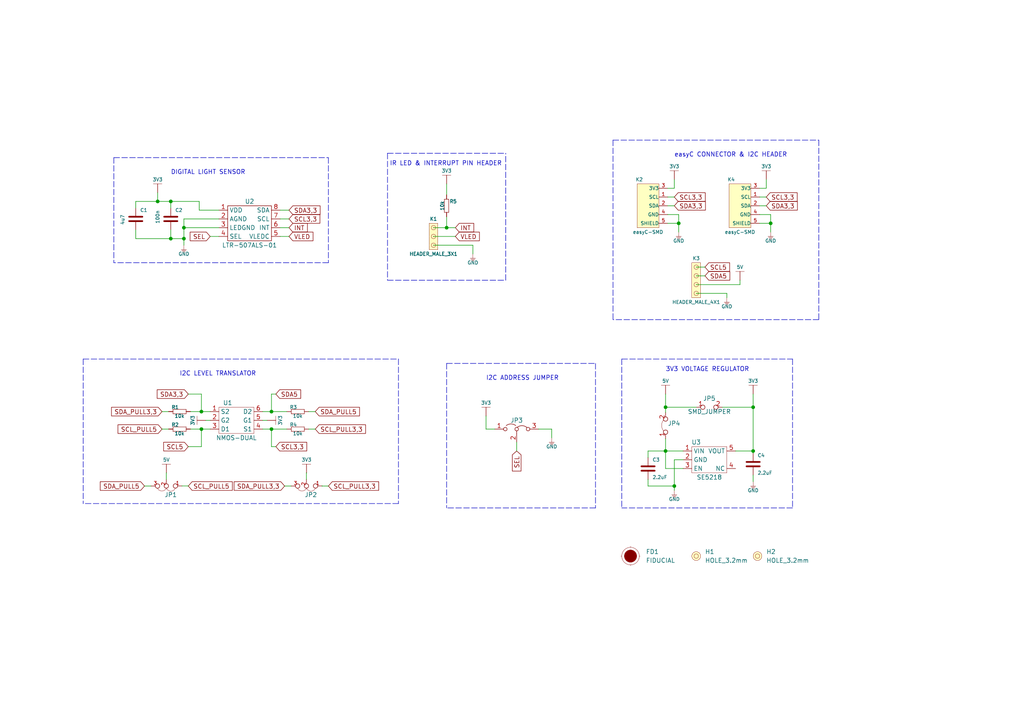
<source format=kicad_sch>
(kicad_sch (version 20210621) (generator eeschema)

  (uuid 54e32c4c-320f-4eae-84c8-421167ac4ff9)

  (paper "A4")

  (lib_symbols
    (symbol "e-radionica.com schematics:0603C" (pin_numbers hide) (pin_names (offset 0.002)) (in_bom yes) (on_board yes)
      (property "Reference" "C" (id 0) (at -0.635 3.175 0)
        (effects (font (size 1 1)))
      )
      (property "Value" "0603C" (id 1) (at 0 -3.175 0)
        (effects (font (size 1 1)))
      )
      (property "Footprint" "e-radionica.com footprinti:0603C" (id 2) (at 0 0 0)
        (effects (font (size 1 1)) hide)
      )
      (property "Datasheet" "" (id 3) (at 0 0 0)
        (effects (font (size 1 1)) hide)
      )
      (symbol "0603C_0_1"
        (polyline
          (pts
            (xy -0.635 1.905)
            (xy -0.635 -1.905)
          )
          (stroke (width 0.5)) (fill (type none))
        )
        (polyline
          (pts
            (xy 0.635 1.905)
            (xy 0.635 -1.905)
          )
          (stroke (width 0.5)) (fill (type none))
        )
      )
      (symbol "0603C_1_1"
        (pin passive line (at -3.175 0 0) (length 2.54)
          (name "~" (effects (font (size 1.27 1.27))))
          (number "1" (effects (font (size 1.27 1.27))))
        )
        (pin passive line (at 3.175 0 180) (length 2.54)
          (name "~" (effects (font (size 1.27 1.27))))
          (number "2" (effects (font (size 1.27 1.27))))
        )
      )
    )
    (symbol "e-radionica.com schematics:0603R" (pin_numbers hide) (pin_names (offset 0.254)) (in_bom yes) (on_board yes)
      (property "Reference" "R" (id 0) (at -1.905 1.905 0)
        (effects (font (size 1 1)))
      )
      (property "Value" "0603R" (id 1) (at 0 -1.905 0)
        (effects (font (size 1 1)))
      )
      (property "Footprint" "e-radionica.com footprinti:0603R" (id 2) (at -0.635 1.905 0)
        (effects (font (size 1 1)) hide)
      )
      (property "Datasheet" "" (id 3) (at -0.635 1.905 0)
        (effects (font (size 1 1)) hide)
      )
      (symbol "0603R_0_1"
        (rectangle (start -1.905 -0.635) (end 1.905 -0.6604)
          (stroke (width 0.1)) (fill (type none))
        )
        (rectangle (start -1.905 0.635) (end -1.8796 -0.635)
          (stroke (width 0.1)) (fill (type none))
        )
        (rectangle (start -1.905 0.635) (end 1.905 0.6096)
          (stroke (width 0.1)) (fill (type none))
        )
        (rectangle (start 1.905 0.635) (end 1.9304 -0.635)
          (stroke (width 0.1)) (fill (type none))
        )
      )
      (symbol "0603R_1_1"
        (pin passive line (at -3.175 0 0) (length 1.27)
          (name "~" (effects (font (size 1.27 1.27))))
          (number "1" (effects (font (size 1.27 1.27))))
        )
        (pin passive line (at 3.175 0 180) (length 1.27)
          (name "~" (effects (font (size 1.27 1.27))))
          (number "2" (effects (font (size 1.27 1.27))))
        )
      )
    )
    (symbol "e-radionica.com schematics:3V3" (power) (pin_names (offset 0)) (in_bom yes) (on_board yes)
      (property "Reference" "#PWR" (id 0) (at 4.445 0 0)
        (effects (font (size 1 1)) hide)
      )
      (property "Value" "3V3" (id 1) (at 0 3.556 0)
        (effects (font (size 1 1)))
      )
      (property "Footprint" "" (id 2) (at 4.445 3.81 0)
        (effects (font (size 1 1)) hide)
      )
      (property "Datasheet" "" (id 3) (at 4.445 3.81 0)
        (effects (font (size 1 1)) hide)
      )
      (property "ki_keywords" "power-flag" (id 4) (at 0 0 0)
        (effects (font (size 1.27 1.27)) hide)
      )
      (property "ki_description" "Power symbol creates a global label with name \"+3V3\"" (id 5) (at 0 0 0)
        (effects (font (size 1.27 1.27)) hide)
      )
      (symbol "3V3_0_1"
        (polyline
          (pts
            (xy -1.27 2.54)
            (xy 1.27 2.54)
          )
          (stroke (width 0.0006)) (fill (type none))
        )
        (polyline
          (pts
            (xy 0 0)
            (xy 0 2.54)
          )
          (stroke (width 0)) (fill (type none))
        )
      )
      (symbol "3V3_1_1"
        (pin power_in line (at 0 0 90) (length 0) hide
          (name "3V3" (effects (font (size 1.27 1.27))))
          (number "1" (effects (font (size 1.27 1.27))))
        )
      )
    )
    (symbol "e-radionica.com schematics:5V" (power) (pin_names (offset 0)) (in_bom yes) (on_board yes)
      (property "Reference" "#PWR" (id 0) (at 4.445 0 0)
        (effects (font (size 1 1)) hide)
      )
      (property "Value" "5V" (id 1) (at 0 3.556 0)
        (effects (font (size 1 1)))
      )
      (property "Footprint" "" (id 2) (at 4.445 3.81 0)
        (effects (font (size 1 1)) hide)
      )
      (property "Datasheet" "" (id 3) (at 4.445 3.81 0)
        (effects (font (size 1 1)) hide)
      )
      (property "ki_keywords" "power-flag" (id 4) (at 0 0 0)
        (effects (font (size 1.27 1.27)) hide)
      )
      (property "ki_description" "Power symbol creates a global label with name \"+3V3\"" (id 5) (at 0 0 0)
        (effects (font (size 1.27 1.27)) hide)
      )
      (symbol "5V_0_1"
        (polyline
          (pts
            (xy -1.27 2.54)
            (xy 1.27 2.54)
          )
          (stroke (width 0.0006)) (fill (type none))
        )
        (polyline
          (pts
            (xy 0 0)
            (xy 0 2.54)
          )
          (stroke (width 0)) (fill (type none))
        )
      )
      (symbol "5V_1_1"
        (pin power_in line (at 0 0 90) (length 0) hide
          (name "5V" (effects (font (size 1.27 1.27))))
          (number "1" (effects (font (size 1.27 1.27))))
        )
      )
    )
    (symbol "e-radionica.com schematics:FIDUCIAL" (in_bom no) (on_board yes)
      (property "Reference" "FD" (id 0) (at 0 3.81 0)
        (effects (font (size 1.27 1.27)))
      )
      (property "Value" "FIDUCIAL" (id 1) (at 0 -3.81 0)
        (effects (font (size 1.27 1.27)))
      )
      (property "Footprint" "e-radionica.com footprinti:FIDUCIAL_23" (id 2) (at 0.254 -5.334 0)
        (effects (font (size 1.27 1.27)) hide)
      )
      (property "Datasheet" "" (id 3) (at 0 0 0)
        (effects (font (size 1.27 1.27)) hide)
      )
      (symbol "FIDUCIAL_0_1"
        (circle (center 0 0) (radius 2.54) (stroke (width 0.0006)) (fill (type none)))
        (circle (center 0 0) (radius 1.7961) (stroke (width 0.001)) (fill (type outline)))
        (polyline
          (pts
            (xy -2.54 0)
            (xy -2.794 0)
          )
          (stroke (width 0.0006)) (fill (type none))
        )
        (polyline
          (pts
            (xy 0 -2.54)
            (xy 0 -2.794)
          )
          (stroke (width 0.0006)) (fill (type none))
        )
        (polyline
          (pts
            (xy 0 2.54)
            (xy 0 2.794)
          )
          (stroke (width 0.0006)) (fill (type none))
        )
        (polyline
          (pts
            (xy 2.54 0)
            (xy 2.794 0)
          )
          (stroke (width 0.0006)) (fill (type none))
        )
      )
    )
    (symbol "e-radionica.com schematics:GND" (power) (pin_names (offset 0)) (in_bom yes) (on_board yes)
      (property "Reference" "#PWR" (id 0) (at 4.445 0 0)
        (effects (font (size 1 1)) hide)
      )
      (property "Value" "GND" (id 1) (at 0 -2.921 0)
        (effects (font (size 1 1)))
      )
      (property "Footprint" "" (id 2) (at 4.445 3.81 0)
        (effects (font (size 1 1)) hide)
      )
      (property "Datasheet" "" (id 3) (at 4.445 3.81 0)
        (effects (font (size 1 1)) hide)
      )
      (property "ki_keywords" "power-flag" (id 4) (at 0 0 0)
        (effects (font (size 1.27 1.27)) hide)
      )
      (property "ki_description" "Power symbol creates a global label with name \"+3V3\"" (id 5) (at 0 0 0)
        (effects (font (size 1.27 1.27)) hide)
      )
      (symbol "GND_0_1"
        (polyline
          (pts
            (xy -0.762 -1.27)
            (xy 0.762 -1.27)
          )
          (stroke (width 0.0006)) (fill (type none))
        )
        (polyline
          (pts
            (xy -0.635 -1.524)
            (xy 0.635 -1.524)
          )
          (stroke (width 0.0006)) (fill (type none))
        )
        (polyline
          (pts
            (xy -0.381 -1.778)
            (xy 0.381 -1.778)
          )
          (stroke (width 0.0006)) (fill (type none))
        )
        (polyline
          (pts
            (xy -0.127 -2.032)
            (xy 0.127 -2.032)
          )
          (stroke (width 0.0006)) (fill (type none))
        )
        (polyline
          (pts
            (xy 0 0)
            (xy 0 -1.27)
          )
          (stroke (width 0.0006)) (fill (type none))
        )
      )
      (symbol "GND_1_1"
        (pin power_in line (at 0 0 270) (length 0) hide
          (name "GND" (effects (font (size 1.27 1.27))))
          (number "1" (effects (font (size 1.27 1.27))))
        )
      )
    )
    (symbol "e-radionica.com schematics:HEADER_MALE_3X1" (pin_numbers hide) (pin_names hide) (in_bom yes) (on_board yes)
      (property "Reference" "K" (id 0) (at -0.635 5.08 0)
        (effects (font (size 1 1)))
      )
      (property "Value" "HEADER_MALE_3X1" (id 1) (at 0 -5.08 0)
        (effects (font (size 1 1)))
      )
      (property "Footprint" "e-radionica.com footprinti:HEADER_MALE_3X1" (id 2) (at 0 -7.62 0)
        (effects (font (size 1 1)) hide)
      )
      (property "Datasheet" "" (id 3) (at 0 -2.54 0)
        (effects (font (size 1 1)) hide)
      )
      (symbol "HEADER_MALE_3X1_0_1"
        (circle (center 0 -2.54) (radius 0.635) (stroke (width 0.0006)) (fill (type none)))
        (circle (center 0 0) (radius 0.635) (stroke (width 0.0006)) (fill (type none)))
        (circle (center 0 2.54) (radius 0.635) (stroke (width 0.0006)) (fill (type none)))
        (rectangle (start 1.27 -3.81) (end -1.27 3.81)
          (stroke (width 0.001)) (fill (type background))
        )
      )
      (symbol "HEADER_MALE_3X1_1_1"
        (pin passive line (at 0 -2.54 180) (length 0)
          (name "~" (effects (font (size 1 1))))
          (number "1" (effects (font (size 1 1))))
        )
        (pin passive line (at 0 0 180) (length 0)
          (name "~" (effects (font (size 1 1))))
          (number "2" (effects (font (size 1 1))))
        )
        (pin passive line (at 0 2.54 180) (length 0)
          (name "~" (effects (font (size 1 1))))
          (number "3" (effects (font (size 1 1))))
        )
      )
    )
    (symbol "e-radionica.com schematics:HEADER_MALE_4X1" (pin_numbers hide) (pin_names hide) (in_bom yes) (on_board yes)
      (property "Reference" "K" (id 0) (at -0.635 7.62 0)
        (effects (font (size 1 1)))
      )
      (property "Value" "HEADER_MALE_4X1" (id 1) (at 0 -5.08 0)
        (effects (font (size 1 1)))
      )
      (property "Footprint" "e-radionica.com footprinti:HEADER_MALE_4X1" (id 2) (at 0 -2.54 0)
        (effects (font (size 1 1)) hide)
      )
      (property "Datasheet" "" (id 3) (at 0 -2.54 0)
        (effects (font (size 1 1)) hide)
      )
      (symbol "HEADER_MALE_4X1_0_1"
        (circle (center 0 -2.54) (radius 0.635) (stroke (width 0.0006)) (fill (type none)))
        (circle (center 0 0) (radius 0.635) (stroke (width 0.0006)) (fill (type none)))
        (circle (center 0 2.54) (radius 0.635) (stroke (width 0.0006)) (fill (type none)))
        (circle (center 0 5.08) (radius 0.635) (stroke (width 0.0006)) (fill (type none)))
        (rectangle (start 1.27 -3.81) (end -1.27 6.35)
          (stroke (width 0.001)) (fill (type background))
        )
      )
      (symbol "HEADER_MALE_4X1_1_1"
        (pin passive line (at 0 -2.54 180) (length 0)
          (name "~" (effects (font (size 1 1))))
          (number "1" (effects (font (size 1 1))))
        )
        (pin passive line (at 0 0 180) (length 0)
          (name "~" (effects (font (size 1 1))))
          (number "2" (effects (font (size 1 1))))
        )
        (pin passive line (at 0 2.54 180) (length 0)
          (name "~" (effects (font (size 1 1))))
          (number "3" (effects (font (size 1 1))))
        )
        (pin passive line (at 0 5.08 180) (length 0)
          (name "~" (effects (font (size 1 1))))
          (number "4" (effects (font (size 1 1))))
        )
      )
    )
    (symbol "e-radionica.com schematics:HOLE_3.2mm" (pin_numbers hide) (pin_names hide) (in_bom yes) (on_board yes)
      (property "Reference" "H" (id 0) (at 0 2.54 0)
        (effects (font (size 1.27 1.27)))
      )
      (property "Value" "HOLE_3.2mm" (id 1) (at 0 -2.54 0)
        (effects (font (size 1.27 1.27)))
      )
      (property "Footprint" "e-radionica.com footprinti:HOLE_3.2mm" (id 2) (at 0 0 0)
        (effects (font (size 1.27 1.27)) hide)
      )
      (property "Datasheet" "" (id 3) (at 0 0 0)
        (effects (font (size 1.27 1.27)) hide)
      )
      (symbol "HOLE_3.2mm_0_1"
        (circle (center 0 0) (radius 0.635) (stroke (width 0.0006)) (fill (type none)))
        (circle (center 0 0) (radius 1.27) (stroke (width 0.001)) (fill (type background)))
      )
    )
    (symbol "e-radionica.com schematics:JUMPER_3_RIGHT" (pin_names hide) (in_bom yes) (on_board yes)
      (property "Reference" "JP" (id 0) (at 0 2.54 0)
        (effects (font (size 1.27 1.27)))
      )
      (property "Value" "JUMPER_3_RIGHT" (id 1) (at 0 -8.382 0)
        (effects (font (size 1.27 1.27)))
      )
      (property "Footprint" "e-radionica.com footprinti:SMD_JUMPER_3_PAD_CONNECTED_RIGHT" (id 2) (at 1.27 -6.35 0)
        (effects (font (size 1.27 1.27)) hide)
      )
      (property "Datasheet" "" (id 3) (at 0 0 0)
        (effects (font (size 1.27 1.27)) hide)
      )
      (symbol "JUMPER_3_RIGHT_0_0"
        (circle (center -3.302 0) (radius 0.508) (stroke (width 0)) (fill (type none)))
        (circle (center 0 0) (radius 0.508) (stroke (width 0)) (fill (type none)))
        (circle (center 3.302 0) (radius 0.508) (stroke (width 0)) (fill (type none)))
      )
      (symbol "JUMPER_3_RIGHT_0_1"
        (arc (start -3.048 1.016) (end -0.254 1.016) (radius (at -1.651 -0.762) (length 2.2606) (angles 128.2 51.8))
          (stroke (width 0)) (fill (type none))
        )
        (arc (start 0.127 0.508) (end 2.921 0.508) (radius (at 1.524 -1.27) (length 2.2606) (angles 128.2 51.8))
          (stroke (width 0)) (fill (type none))
        )
        (polyline
          (pts
            (xy 0 -0.508)
            (xy 0 -1.27)
          )
          (stroke (width 0)) (fill (type none))
        )
      )
      (symbol "JUMPER_3_RIGHT_1_1"
        (pin passive line (at -6.35 0 0) (length 2.54)
          (name "A" (effects (font (size 1.27 1.27))))
          (number "1" (effects (font (size 1.27 1.27))))
        )
        (pin input line (at 0 -3.81 90) (length 2.54)
          (name "C" (effects (font (size 1.27 1.27))))
          (number "2" (effects (font (size 1.27 1.27))))
        )
        (pin passive line (at 6.35 0 180) (length 2.54)
          (name "B" (effects (font (size 1.27 1.27))))
          (number "3" (effects (font (size 1.27 1.27))))
        )
      )
    )
    (symbol "e-radionica.com schematics:LTR-507ALS-01" (in_bom yes) (on_board yes)
      (property "Reference" "U" (id 0) (at 0 6.35 0)
        (effects (font (size 1.27 1.27)))
      )
      (property "Value" "LTR-507ALS-01" (id 1) (at 0 -6.35 0)
        (effects (font (size 1.27 1.27)))
      )
      (property "Footprint" "e-radionica.com footprinti:LTR-507ALS-01" (id 2) (at 1.27 -8.89 0)
        (effects (font (size 1.27 1.27)) hide)
      )
      (property "Datasheet" "" (id 3) (at 0 0 0)
        (effects (font (size 1.27 1.27)) hide)
      )
      (symbol "LTR-507ALS-01_0_1"
        (rectangle (start -6.35 5.08) (end 6.35 -5.08)
          (stroke (width 0.1524)) (fill (type none))
        )
      )
      (symbol "LTR-507ALS-01_1_1"
        (pin power_in line (at -8.89 3.81 0) (length 2.54)
          (name "VDD" (effects (font (size 1.27 1.27))))
          (number "1" (effects (font (size 1.27 1.27))))
        )
        (pin power_out line (at -8.89 1.27 0) (length 2.54)
          (name "AGND" (effects (font (size 1.27 1.27))))
          (number "2" (effects (font (size 1.27 1.27))))
        )
        (pin power_out line (at -8.89 -1.27 0) (length 2.54)
          (name "LEDGND" (effects (font (size 1.27 1.27))))
          (number "3" (effects (font (size 1.27 1.27))))
        )
        (pin input line (at -8.89 -3.81 0) (length 2.54)
          (name "SEL" (effects (font (size 1.27 1.27))))
          (number "4" (effects (font (size 1.27 1.27))))
        )
        (pin input line (at 8.89 -3.81 180) (length 2.54)
          (name "VLEDC" (effects (font (size 1.27 1.27))))
          (number "5" (effects (font (size 1.27 1.27))))
        )
        (pin output line (at 8.89 -1.27 180) (length 2.54)
          (name "INT" (effects (font (size 1.27 1.27))))
          (number "6" (effects (font (size 1.27 1.27))))
        )
        (pin bidirectional line (at 8.89 1.27 180) (length 2.54)
          (name "SCL" (effects (font (size 1.27 1.27))))
          (number "7" (effects (font (size 1.27 1.27))))
        )
        (pin bidirectional line (at 8.89 3.81 180) (length 2.54)
          (name "SDA" (effects (font (size 1.27 1.27))))
          (number "8" (effects (font (size 1.27 1.27))))
        )
      )
    )
    (symbol "e-radionica.com schematics:NMOS-DUAL" (in_bom yes) (on_board yes)
      (property "Reference" "U" (id 0) (at -3.81 5.08 0)
        (effects (font (size 1.27 1.27)))
      )
      (property "Value" "NMOS-DUAL" (id 1) (at 0 -5.08 0)
        (effects (font (size 1.27 1.27)))
      )
      (property "Footprint" "e-radionica.com footprinti:SOT-363" (id 2) (at 0 -7.62 0)
        (effects (font (size 1.27 1.27)) hide)
      )
      (property "Datasheet" "" (id 3) (at 0 -2.54 0)
        (effects (font (size 1.27 1.27)) hide)
      )
      (symbol "NMOS-DUAL_0_1"
        (rectangle (start -5.08 3.81) (end 5.08 -3.81)
          (stroke (width 0.0006)) (fill (type none))
        )
      )
      (symbol "NMOS-DUAL_1_1"
        (pin input line (at -7.62 2.54 0) (length 2.54)
          (name "S2" (effects (font (size 1.27 1.27))))
          (number "1" (effects (font (size 1.27 1.27))))
        )
        (pin input line (at -7.62 0 0) (length 2.54)
          (name "G2" (effects (font (size 1.27 1.27))))
          (number "2" (effects (font (size 1.27 1.27))))
        )
        (pin input line (at -7.62 -2.54 0) (length 2.54)
          (name "D1" (effects (font (size 1.27 1.27))))
          (number "3" (effects (font (size 1.27 1.27))))
        )
        (pin input line (at 7.62 -2.54 180) (length 2.54)
          (name "S1" (effects (font (size 1.27 1.27))))
          (number "4" (effects (font (size 1.27 1.27))))
        )
        (pin input line (at 7.62 0 180) (length 2.54)
          (name "G1" (effects (font (size 1.27 1.27))))
          (number "5" (effects (font (size 1.27 1.27))))
        )
        (pin input line (at 7.62 2.54 180) (length 2.54)
          (name "D2" (effects (font (size 1.27 1.27))))
          (number "6" (effects (font (size 1.27 1.27))))
        )
      )
    )
    (symbol "e-radionica.com schematics:SE5218" (in_bom yes) (on_board yes)
      (property "Reference" "U" (id 0) (at -3.81 5.08 0)
        (effects (font (size 1.27 1.27)))
      )
      (property "Value" "SE5218" (id 1) (at 0 -5.08 0)
        (effects (font (size 1.27 1.27)))
      )
      (property "Footprint" "e-radionica.com footprinti:SOT-23-5" (id 2) (at 0 0 0)
        (effects (font (size 1.27 1.27)) hide)
      )
      (property "Datasheet" "" (id 3) (at 0 0 0)
        (effects (font (size 1.27 1.27)) hide)
      )
      (symbol "SE5218_0_1"
        (rectangle (start -5.08 3.81) (end 5.08 -3.81)
          (stroke (width 0.0006)) (fill (type none))
        )
      )
      (symbol "SE5218_1_1"
        (pin power_in line (at -7.62 2.54 0) (length 2.54)
          (name "VIN" (effects (font (size 1.27 1.27))))
          (number "1" (effects (font (size 1.27 1.27))))
        )
        (pin power_in line (at -7.62 0 0) (length 2.54)
          (name "GND" (effects (font (size 1.27 1.27))))
          (number "2" (effects (font (size 1.27 1.27))))
        )
        (pin input line (at -7.62 -2.54 0) (length 2.54)
          (name "EN" (effects (font (size 1.27 1.27))))
          (number "3" (effects (font (size 1.27 1.27))))
        )
        (pin passive line (at 7.62 -2.54 180) (length 2.54)
          (name "NC" (effects (font (size 1.27 1.27))))
          (number "4" (effects (font (size 1.27 1.27))))
        )
        (pin power_out line (at 7.62 2.54 180) (length 2.54)
          (name "VOUT" (effects (font (size 1.27 1.27))))
          (number "5" (effects (font (size 1.27 1.27))))
        )
      )
    )
    (symbol "e-radionica.com schematics:SMD-JUMPER-CONNECTED_TRACE_SLODERMASK" (in_bom yes) (on_board yes)
      (property "Reference" "JP" (id 0) (at 0 3.556 0)
        (effects (font (size 1.27 1.27)))
      )
      (property "Value" "SMD-JUMPER-CONNECTED_TRACE_SLODERMASK" (id 1) (at 0 -2.54 0)
        (effects (font (size 1.27 1.27)))
      )
      (property "Footprint" "e-radionica.com footprinti:SMD-JUMPER-CONNECTED_TRACE_SLODERMASK" (id 2) (at 0 -5.715 0)
        (effects (font (size 1.27 1.27)) hide)
      )
      (property "Datasheet" "" (id 3) (at 0 0 0)
        (effects (font (size 1.27 1.27)) hide)
      )
      (symbol "SMD-JUMPER-CONNECTED_TRACE_SLODERMASK_0_1"
        (arc (start -1.8034 0.5588) (end 1.397 0.5842) (radius (at -0.1875 -1.4124) (length 2.5489) (angles 129.3 51.6))
          (stroke (width 0.0006)) (fill (type none))
        )
      )
      (symbol "SMD-JUMPER-CONNECTED_TRACE_SLODERMASK_1_1"
        (pin passive inverted (at -4.064 0 0) (length 2.54)
          (name "" (effects (font (size 1.27 1.27))))
          (number "1" (effects (font (size 1.27 1.27))))
        )
        (pin passive inverted (at 3.556 0 180) (length 2.54)
          (name "" (effects (font (size 1.27 1.27))))
          (number "2" (effects (font (size 1.27 1.27))))
        )
      )
    )
    (symbol "e-radionica.com schematics:SMD_JUMPER" (in_bom yes) (on_board yes)
      (property "Reference" "JP" (id 0) (at 0 1.397 0)
        (effects (font (size 1.27 1.27)))
      )
      (property "Value" "SMD_JUMPER" (id 1) (at 0.508 -3.048 0)
        (effects (font (size 1.27 1.27)))
      )
      (property "Footprint" "e-radionica.com footprinti:SMD_JUMPER" (id 2) (at 0 0 0)
        (effects (font (size 1.27 1.27)) hide)
      )
      (property "Datasheet" "" (id 3) (at 0 0 0)
        (effects (font (size 1.27 1.27)) hide)
      )
      (symbol "SMD_JUMPER_1_1"
        (pin passive inverted (at -3.81 0 0) (length 2.54)
          (name "" (effects (font (size 1.27 1.27))))
          (number "1" (effects (font (size 1.27 1.27))))
        )
        (pin passive inverted (at 3.81 0 180) (length 2.54)
          (name "" (effects (font (size 1.27 1.27))))
          (number "2" (effects (font (size 1.27 1.27))))
        )
      )
    )
    (symbol "e-radionica.com schematics:SMD_JUMPER_3_PAD_TRACE" (in_bom yes) (on_board yes)
      (property "Reference" "JP" (id 0) (at 0.0254 5.461 0)
        (effects (font (size 1.27 1.27)))
      )
      (property "Value" "SMD_JUMPER_3_PAD_TRACE" (id 1) (at 0.3048 -4.572 0)
        (effects (font (size 1.27 1.27)))
      )
      (property "Footprint" "e-radionica.com footprinti:SMD_JUMPER_3_PAD_TRACE" (id 2) (at 0 -1.27 0)
        (effects (font (size 1.27 1.27)) hide)
      )
      (property "Datasheet" "" (id 3) (at 0 0 0)
        (effects (font (size 1.27 1.27)) hide)
      )
      (symbol "SMD_JUMPER_3_PAD_TRACE_0_1"
        (arc (start -2.6162 0.6096) (end 0 0.5842) (radius (at -1.3133 0.057) (length 1.4152) (angles 157 21.9))
          (stroke (width 0.0006)) (fill (type none))
        )
        (arc (start 0 0.6096) (end 2.5908 0.6604) (radius (at 1.308 -0.0085) (length 1.4467) (angles 154.7 27.5))
          (stroke (width 0.0006)) (fill (type none))
        )
      )
      (symbol "SMD_JUMPER_3_PAD_TRACE_1_1"
        (pin passive inverted (at -4.5212 -0.0254 0) (length 2.54)
          (name "" (effects (font (size 1 1))))
          (number "1" (effects (font (size 1 1))))
        )
        (pin passive inverted (at 0.0254 -1.9304 90) (length 2.54)
          (name "" (effects (font (size 1 1))))
          (number "2" (effects (font (size 1 1))))
        )
        (pin passive inverted (at 4.4704 0 180) (length 2.54)
          (name "" (effects (font (size 1 1))))
          (number "3" (effects (font (size 1 1))))
        )
      )
    )
    (symbol "e-radionica.com schematics:easyC-SMD" (pin_names (offset 0.002)) (in_bom yes) (on_board yes)
      (property "Reference" "K" (id 0) (at -2.54 10.16 0)
        (effects (font (size 1 1)))
      )
      (property "Value" "easyC-SMD" (id 1) (at 0 -5.08 0)
        (effects (font (size 1 1)))
      )
      (property "Footprint" "e-radionica.com footprinti:easyC-connector" (id 2) (at 3.175 2.54 0)
        (effects (font (size 1 1)) hide)
      )
      (property "Datasheet" "" (id 3) (at 3.175 2.54 0)
        (effects (font (size 1 1)) hide)
      )
      (symbol "easyC-SMD_0_1"
        (rectangle (start -3.175 8.89) (end 3.175 -3.81)
          (stroke (width 0.001)) (fill (type background))
        )
      )
      (symbol "easyC-SMD_1_1"
        (pin passive line (at 5.715 5.08 180) (length 2.54)
          (name "SCL" (effects (font (size 1 1))))
          (number "1" (effects (font (size 1 1))))
        )
        (pin passive line (at 5.715 2.54 180) (length 2.54)
          (name "SDA" (effects (font (size 1 1))))
          (number "2" (effects (font (size 1 1))))
        )
        (pin passive line (at 5.715 7.62 180) (length 2.54)
          (name "3V3" (effects (font (size 1 1))))
          (number "3" (effects (font (size 1 1))))
        )
        (pin passive line (at 5.715 0 180) (length 2.54)
          (name "GND" (effects (font (size 1 1))))
          (number "4" (effects (font (size 1 1))))
        )
        (pin passive line (at 5.715 -2.54 180) (length 2.54)
          (name "SHIELD" (effects (font (size 1 1))))
          (number "5" (effects (font (size 1 1))))
        )
      )
    )
  )

  (junction (at 45.72 58.42) (diameter 0.9144) (color 0 0 0 0))
  (junction (at 49.53 58.42) (diameter 0.9144) (color 0 0 0 0))
  (junction (at 49.53 69.215) (diameter 0.9144) (color 0 0 0 0))
  (junction (at 53.34 66.04) (diameter 0.9144) (color 0 0 0 0))
  (junction (at 53.34 69.215) (diameter 0.9144) (color 0 0 0 0))
  (junction (at 58.42 119.38) (diameter 0.9144) (color 0 0 0 0))
  (junction (at 58.42 124.46) (diameter 0.9144) (color 0 0 0 0))
  (junction (at 78.74 119.38) (diameter 0.9144) (color 0 0 0 0))
  (junction (at 78.74 124.46) (diameter 0.9144) (color 0 0 0 0))
  (junction (at 129.54 66.04) (diameter 0.9144) (color 0 0 0 0))
  (junction (at 193.04 118.11) (diameter 0.9144) (color 0 0 0 0))
  (junction (at 193.04 130.81) (diameter 0.9144) (color 0 0 0 0))
  (junction (at 195.58 140.97) (diameter 0.9144) (color 0 0 0 0))
  (junction (at 196.85 64.77) (diameter 0.9144) (color 0 0 0 0))
  (junction (at 218.44 118.11) (diameter 0.9144) (color 0 0 0 0))
  (junction (at 218.44 130.81) (diameter 0.9144) (color 0 0 0 0))
  (junction (at 223.52 64.77) (diameter 0.9144) (color 0 0 0 0))

  (wire (pts (xy 39.37 58.42) (xy 45.72 58.42))
    (stroke (width 0) (type solid) (color 0 0 0 0))
    (uuid b31a64fc-7a35-4a1a-883f-4e80548aa2b5)
  )
  (wire (pts (xy 39.37 60.325) (xy 39.37 58.42))
    (stroke (width 0) (type solid) (color 0 0 0 0))
    (uuid b31a64fc-7a35-4a1a-883f-4e80548aa2b5)
  )
  (wire (pts (xy 39.37 66.675) (xy 39.37 69.215))
    (stroke (width 0) (type solid) (color 0 0 0 0))
    (uuid 4657a2d3-b4a1-4d49-86da-9295099ca038)
  )
  (wire (pts (xy 39.37 69.215) (xy 49.53 69.215))
    (stroke (width 0) (type solid) (color 0 0 0 0))
    (uuid 4657a2d3-b4a1-4d49-86da-9295099ca038)
  )
  (wire (pts (xy 41.91 140.97) (xy 43.7896 140.97))
    (stroke (width 0) (type solid) (color 0 0 0 0))
    (uuid 0a425235-0b23-40f6-949a-d2a03cf90860)
  )
  (wire (pts (xy 45.72 58.42) (xy 45.72 55.88))
    (stroke (width 0) (type solid) (color 0 0 0 0))
    (uuid eb9204f1-633c-44aa-8240-ca4da0abd80f)
  )
  (wire (pts (xy 46.99 119.38) (xy 48.895 119.38))
    (stroke (width 0) (type solid) (color 0 0 0 0))
    (uuid 6f2c0f0e-2723-4e76-bc0d-25066b718b00)
  )
  (wire (pts (xy 46.99 124.46) (xy 48.895 124.46))
    (stroke (width 0) (type solid) (color 0 0 0 0))
    (uuid 35d13d2b-81f1-4bfd-b08d-d5759f603d74)
  )
  (wire (pts (xy 48.2346 137.16) (xy 48.26 137.16))
    (stroke (width 0) (type solid) (color 0 0 0 0))
    (uuid c954c2e6-dfa9-487e-84a9-c5fb60284630)
  )
  (wire (pts (xy 48.2346 139.0396) (xy 48.2346 137.16))
    (stroke (width 0) (type solid) (color 0 0 0 0))
    (uuid 967e1c28-398d-48ac-ba33-2b77d8bc4563)
  )
  (wire (pts (xy 49.53 58.42) (xy 45.72 58.42))
    (stroke (width 0) (type solid) (color 0 0 0 0))
    (uuid eb9204f1-633c-44aa-8240-ca4da0abd80f)
  )
  (wire (pts (xy 49.53 60.325) (xy 49.53 58.42))
    (stroke (width 0) (type solid) (color 0 0 0 0))
    (uuid eb9204f1-633c-44aa-8240-ca4da0abd80f)
  )
  (wire (pts (xy 49.53 66.675) (xy 49.53 69.215))
    (stroke (width 0) (type solid) (color 0 0 0 0))
    (uuid ec85059f-64bd-42d8-a9fe-fc5de4a92ead)
  )
  (wire (pts (xy 49.53 69.215) (xy 53.34 69.215))
    (stroke (width 0) (type solid) (color 0 0 0 0))
    (uuid ec85059f-64bd-42d8-a9fe-fc5de4a92ead)
  )
  (wire (pts (xy 52.7812 140.9446) (xy 54.61 140.9446))
    (stroke (width 0) (type solid) (color 0 0 0 0))
    (uuid 405c14b4-fdee-4b68-9ea5-0758bf10eb4a)
  )
  (wire (pts (xy 53.34 63.5) (xy 63.5 63.5))
    (stroke (width 0) (type solid) (color 0 0 0 0))
    (uuid 32cb5846-9318-45d5-ac66-c67fb0e2d8e4)
  )
  (wire (pts (xy 53.34 66.04) (xy 53.34 63.5))
    (stroke (width 0) (type solid) (color 0 0 0 0))
    (uuid 32cb5846-9318-45d5-ac66-c67fb0e2d8e4)
  )
  (wire (pts (xy 53.34 66.04) (xy 53.34 69.215))
    (stroke (width 0) (type solid) (color 0 0 0 0))
    (uuid 8af75b41-cdb4-449d-9db9-54dff37f91af)
  )
  (wire (pts (xy 53.34 66.04) (xy 63.5 66.04))
    (stroke (width 0) (type solid) (color 0 0 0 0))
    (uuid 2031488d-3582-475a-8f60-a1b91625f93b)
  )
  (wire (pts (xy 53.34 69.215) (xy 53.34 71.12))
    (stroke (width 0) (type solid) (color 0 0 0 0))
    (uuid 8af75b41-cdb4-449d-9db9-54dff37f91af)
  )
  (wire (pts (xy 54.61 114.3) (xy 58.42 114.3))
    (stroke (width 0) (type solid) (color 0 0 0 0))
    (uuid bf2fe151-8063-4049-8ca4-a4d382d5fb35)
  )
  (wire (pts (xy 54.61 129.54) (xy 58.42 129.54))
    (stroke (width 0) (type solid) (color 0 0 0 0))
    (uuid 6fd65a08-6e5f-4032-951f-d02be3691950)
  )
  (wire (pts (xy 54.61 140.9446) (xy 54.61 140.97))
    (stroke (width 0) (type solid) (color 0 0 0 0))
    (uuid 6a538756-68e6-4775-834d-af9cdad5d943)
  )
  (wire (pts (xy 55.245 119.38) (xy 58.42 119.38))
    (stroke (width 0) (type solid) (color 0 0 0 0))
    (uuid 9ba5983b-a537-4d01-b29c-246562b8053a)
  )
  (wire (pts (xy 55.245 124.46) (xy 58.42 124.46))
    (stroke (width 0) (type solid) (color 0 0 0 0))
    (uuid 21525012-4a33-42a1-b8c3-bb1dae0046e7)
  )
  (wire (pts (xy 57.785 58.42) (xy 49.53 58.42))
    (stroke (width 0) (type solid) (color 0 0 0 0))
    (uuid dad4f27d-2208-4e00-8a40-92d14f9bc378)
  )
  (wire (pts (xy 57.785 60.96) (xy 57.785 58.42))
    (stroke (width 0) (type solid) (color 0 0 0 0))
    (uuid dad4f27d-2208-4e00-8a40-92d14f9bc378)
  )
  (wire (pts (xy 58.42 114.3) (xy 58.42 119.38))
    (stroke (width 0) (type solid) (color 0 0 0 0))
    (uuid 60a9fded-4254-47a8-aa6e-e553ddc67960)
  )
  (wire (pts (xy 58.42 119.38) (xy 60.96 119.38))
    (stroke (width 0) (type solid) (color 0 0 0 0))
    (uuid 15576fe0-9343-474a-8907-757079af8a5d)
  )
  (wire (pts (xy 58.42 124.46) (xy 60.96 124.46))
    (stroke (width 0) (type solid) (color 0 0 0 0))
    (uuid a1b72912-a3a8-447b-b3f0-d27cbdb15903)
  )
  (wire (pts (xy 58.42 129.54) (xy 58.42 124.46))
    (stroke (width 0) (type solid) (color 0 0 0 0))
    (uuid 1a29e913-e70b-4b26-938a-71c1076ea5b5)
  )
  (wire (pts (xy 59.69 121.92) (xy 60.96 121.92))
    (stroke (width 0) (type solid) (color 0 0 0 0))
    (uuid 225a8c52-b338-4454-8a2d-09f012235871)
  )
  (wire (pts (xy 60.96 68.58) (xy 63.5 68.58))
    (stroke (width 0) (type solid) (color 0 0 0 0))
    (uuid ad6321d5-d206-4107-acf8-3e86afc29782)
  )
  (wire (pts (xy 63.5 60.96) (xy 57.785 60.96))
    (stroke (width 0) (type solid) (color 0 0 0 0))
    (uuid dad4f27d-2208-4e00-8a40-92d14f9bc378)
  )
  (wire (pts (xy 76.2 119.38) (xy 78.74 119.38))
    (stroke (width 0) (type solid) (color 0 0 0 0))
    (uuid ac3b02ac-5aea-4d25-88aa-d7f98304033c)
  )
  (wire (pts (xy 76.2 121.92) (xy 77.47 121.92))
    (stroke (width 0) (type solid) (color 0 0 0 0))
    (uuid 8502ecdb-ebad-4f2e-94c8-d411da3928d3)
  )
  (wire (pts (xy 76.2 124.46) (xy 78.74 124.46))
    (stroke (width 0) (type solid) (color 0 0 0 0))
    (uuid f15c859e-b934-4191-b33c-2d0432ae3137)
  )
  (wire (pts (xy 78.74 114.3) (xy 78.74 119.38))
    (stroke (width 0) (type solid) (color 0 0 0 0))
    (uuid 27f81268-4e6f-49b0-84bf-adffb6368e4f)
  )
  (wire (pts (xy 78.74 119.38) (xy 83.185 119.38))
    (stroke (width 0) (type solid) (color 0 0 0 0))
    (uuid cacd38f8-61c8-45e5-a468-b4875b0a4031)
  )
  (wire (pts (xy 78.74 124.46) (xy 83.185 124.46))
    (stroke (width 0) (type solid) (color 0 0 0 0))
    (uuid fe420af9-964e-42c0-9406-d018da8a444b)
  )
  (wire (pts (xy 78.74 129.54) (xy 78.74 124.46))
    (stroke (width 0) (type solid) (color 0 0 0 0))
    (uuid 18c33907-168d-4c4e-b1ba-d03b4dd0a311)
  )
  (wire (pts (xy 80.01 114.3) (xy 78.74 114.3))
    (stroke (width 0) (type solid) (color 0 0 0 0))
    (uuid abb86994-aff7-4968-b7cb-7f5104441b9d)
  )
  (wire (pts (xy 80.01 129.54) (xy 78.74 129.54))
    (stroke (width 0) (type solid) (color 0 0 0 0))
    (uuid 3892589f-6564-46f2-81fe-2cd16f46b070)
  )
  (wire (pts (xy 81.28 60.96) (xy 83.82 60.96))
    (stroke (width 0) (type solid) (color 0 0 0 0))
    (uuid fb810e8e-297f-4ca6-86e0-e48349ed70ad)
  )
  (wire (pts (xy 81.28 63.5) (xy 83.82 63.5))
    (stroke (width 0) (type solid) (color 0 0 0 0))
    (uuid e16d5bf4-24ce-4ca9-ba26-552079ee9072)
  )
  (wire (pts (xy 81.28 66.04) (xy 83.82 66.04))
    (stroke (width 0) (type solid) (color 0 0 0 0))
    (uuid 2a1f4a4e-d9de-4ab6-acb1-25784d636ca9)
  )
  (wire (pts (xy 81.28 68.58) (xy 83.82 68.58))
    (stroke (width 0) (type solid) (color 0 0 0 0))
    (uuid b2084425-784a-41bf-ab8a-272c7342d514)
  )
  (wire (pts (xy 82.55 140.97) (xy 84.4296 140.97))
    (stroke (width 0) (type solid) (color 0 0 0 0))
    (uuid 696d27bd-65de-464c-8995-57b57033ad78)
  )
  (wire (pts (xy 88.8746 137.16) (xy 88.9 137.16))
    (stroke (width 0) (type solid) (color 0 0 0 0))
    (uuid 49a3c2da-46c0-4a68-aaef-2ad0db25c932)
  )
  (wire (pts (xy 88.8746 139.0396) (xy 88.8746 137.16))
    (stroke (width 0) (type solid) (color 0 0 0 0))
    (uuid 827b35c6-de31-41c0-89d3-5129abbb945b)
  )
  (wire (pts (xy 89.535 119.38) (xy 91.44 119.38))
    (stroke (width 0) (type solid) (color 0 0 0 0))
    (uuid df5a1479-f7e6-4d37-8cc7-6680b57af5fe)
  )
  (wire (pts (xy 89.535 124.46) (xy 91.44 124.46))
    (stroke (width 0) (type solid) (color 0 0 0 0))
    (uuid 123df0f9-9b75-412e-8f23-480d61a1e80f)
  )
  (wire (pts (xy 93.4212 140.9446) (xy 93.4212 140.97))
    (stroke (width 0) (type solid) (color 0 0 0 0))
    (uuid 1366ed53-9126-42ca-9b39-b541ec597493)
  )
  (wire (pts (xy 93.4212 140.97) (xy 95.25 140.97))
    (stroke (width 0) (type solid) (color 0 0 0 0))
    (uuid 34e7ffc2-da37-461f-ac86-ad88ac4e04d6)
  )
  (wire (pts (xy 125.73 66.04) (xy 129.54 66.04))
    (stroke (width 0) (type solid) (color 0 0 0 0))
    (uuid f56e5ca1-80d8-4df9-95fd-845831e495a8)
  )
  (wire (pts (xy 125.73 68.58) (xy 132.08 68.58))
    (stroke (width 0) (type solid) (color 0 0 0 0))
    (uuid 6ebecfc0-d6d5-4cba-b6c4-bc7363c40c21)
  )
  (wire (pts (xy 129.54 53.34) (xy 129.54 56.515))
    (stroke (width 0) (type solid) (color 0 0 0 0))
    (uuid 7b4078bf-8b08-44e7-bcdc-e6f4438720e8)
  )
  (wire (pts (xy 129.54 62.865) (xy 129.54 66.04))
    (stroke (width 0) (type solid) (color 0 0 0 0))
    (uuid cc2c13fe-fff7-4406-967f-f3265dd7b0b8)
  )
  (wire (pts (xy 129.54 66.04) (xy 132.08 66.04))
    (stroke (width 0) (type solid) (color 0 0 0 0))
    (uuid f56e5ca1-80d8-4df9-95fd-845831e495a8)
  )
  (wire (pts (xy 137.16 71.12) (xy 125.73 71.12))
    (stroke (width 0) (type solid) (color 0 0 0 0))
    (uuid 946c493b-39e1-40cd-bda0-47f36b888be6)
  )
  (wire (pts (xy 137.16 73.66) (xy 137.16 71.12))
    (stroke (width 0) (type solid) (color 0 0 0 0))
    (uuid 946c493b-39e1-40cd-bda0-47f36b888be6)
  )
  (wire (pts (xy 140.97 124.46) (xy 140.97 120.65))
    (stroke (width 0) (type solid) (color 0 0 0 0))
    (uuid 935e8f2a-5c4b-486b-aa53-daf274968546)
  )
  (wire (pts (xy 143.51 124.46) (xy 140.97 124.46))
    (stroke (width 0) (type solid) (color 0 0 0 0))
    (uuid 935e8f2a-5c4b-486b-aa53-daf274968546)
  )
  (wire (pts (xy 149.86 128.27) (xy 149.86 130.81))
    (stroke (width 0) (type solid) (color 0 0 0 0))
    (uuid 09db5fcb-3fb1-4c9c-9dc1-e0b5e6764322)
  )
  (wire (pts (xy 160.02 124.46) (xy 156.21 124.46))
    (stroke (width 0) (type solid) (color 0 0 0 0))
    (uuid 8b937858-4093-4383-a499-c899bd133f0f)
  )
  (wire (pts (xy 160.02 127) (xy 160.02 124.46))
    (stroke (width 0) (type solid) (color 0 0 0 0))
    (uuid 8b937858-4093-4383-a499-c899bd133f0f)
  )
  (wire (pts (xy 187.96 130.81) (xy 193.04 130.81))
    (stroke (width 0) (type solid) (color 0 0 0 0))
    (uuid 1df41e8b-39d5-448d-957d-a9125f456096)
  )
  (wire (pts (xy 187.96 132.715) (xy 187.96 130.81))
    (stroke (width 0) (type solid) (color 0 0 0 0))
    (uuid a0c7865b-6d27-4e2f-bae2-7debafd5a267)
  )
  (wire (pts (xy 187.96 139.065) (xy 187.96 140.97))
    (stroke (width 0) (type solid) (color 0 0 0 0))
    (uuid 4ee32146-9006-4107-99c2-e7ff0f6631be)
  )
  (wire (pts (xy 187.96 140.97) (xy 195.58 140.97))
    (stroke (width 0) (type solid) (color 0 0 0 0))
    (uuid ad5a0e25-b151-4417-aea1-5c98dd3d9540)
  )
  (wire (pts (xy 193.04 114.3) (xy 193.04 118.11))
    (stroke (width 0) (type solid) (color 0 0 0 0))
    (uuid e41ccf81-d9e8-4db7-b9f2-7e9f9f5f62e9)
  )
  (wire (pts (xy 193.04 118.11) (xy 193.04 119.634))
    (stroke (width 0) (type solid) (color 0 0 0 0))
    (uuid d17ab01a-c44a-408c-b367-352202135768)
  )
  (wire (pts (xy 193.04 118.11) (xy 201.93 118.11))
    (stroke (width 0) (type solid) (color 0 0 0 0))
    (uuid f6c2ec08-7bf8-4e46-8a9f-36d0164951f1)
  )
  (wire (pts (xy 193.04 127.254) (xy 193.04 130.81))
    (stroke (width 0) (type solid) (color 0 0 0 0))
    (uuid 4180b419-c5cc-48ba-ae6d-6d21276e3aee)
  )
  (wire (pts (xy 193.04 135.89) (xy 193.04 130.81))
    (stroke (width 0) (type solid) (color 0 0 0 0))
    (uuid 36935c5d-fefc-4965-838f-4547a8604328)
  )
  (wire (pts (xy 193.675 54.61) (xy 195.58 54.61))
    (stroke (width 0) (type solid) (color 0 0 0 0))
    (uuid 0d8941a8-821d-4bac-9454-b4910fb8ca4d)
  )
  (wire (pts (xy 193.675 57.15) (xy 195.58 57.15))
    (stroke (width 0) (type solid) (color 0 0 0 0))
    (uuid 923ea733-d8b9-4d05-b9a9-dd78d1593114)
  )
  (wire (pts (xy 193.675 59.69) (xy 195.58 59.69))
    (stroke (width 0) (type solid) (color 0 0 0 0))
    (uuid c1ffd2f9-aa1f-4001-aa5a-3b76a3f82907)
  )
  (wire (pts (xy 193.675 62.23) (xy 196.85 62.23))
    (stroke (width 0) (type solid) (color 0 0 0 0))
    (uuid d8db82fe-ae56-4536-afad-d3f2ef9c0cca)
  )
  (wire (pts (xy 193.675 64.77) (xy 196.85 64.77))
    (stroke (width 0) (type solid) (color 0 0 0 0))
    (uuid db1a69ff-d2ff-431d-95e3-b2998aae915a)
  )
  (wire (pts (xy 195.58 54.61) (xy 195.58 52.07))
    (stroke (width 0) (type solid) (color 0 0 0 0))
    (uuid b390775c-ff02-4205-8506-ed93dd476992)
  )
  (wire (pts (xy 195.58 133.35) (xy 195.58 140.97))
    (stroke (width 0) (type solid) (color 0 0 0 0))
    (uuid 109c18e9-72b8-46b3-a10a-84faaa1c1df8)
  )
  (wire (pts (xy 195.58 140.97) (xy 195.58 142.24))
    (stroke (width 0) (type solid) (color 0 0 0 0))
    (uuid 8375a4c0-7b8f-43b0-a567-cc1cddc09998)
  )
  (wire (pts (xy 196.85 62.23) (xy 196.85 64.77))
    (stroke (width 0) (type solid) (color 0 0 0 0))
    (uuid fd04ddf8-c063-4044-80bd-c28742dda665)
  )
  (wire (pts (xy 196.85 64.77) (xy 196.85 67.31))
    (stroke (width 0) (type solid) (color 0 0 0 0))
    (uuid 2f00f7ee-8b86-4c5a-9b93-b410125c0079)
  )
  (wire (pts (xy 198.12 130.81) (xy 193.04 130.81))
    (stroke (width 0) (type solid) (color 0 0 0 0))
    (uuid 773c9ec1-b120-437e-b5a4-7d875d16811d)
  )
  (wire (pts (xy 198.12 133.35) (xy 195.58 133.35))
    (stroke (width 0) (type solid) (color 0 0 0 0))
    (uuid 78f2040e-2dad-4361-8a0a-5f965a5f6c40)
  )
  (wire (pts (xy 198.12 135.89) (xy 193.04 135.89))
    (stroke (width 0) (type solid) (color 0 0 0 0))
    (uuid 59cec1e5-e559-4387-ae83-cd48fc291a4a)
  )
  (wire (pts (xy 201.93 77.47) (xy 204.47 77.47))
    (stroke (width 0) (type solid) (color 0 0 0 0))
    (uuid 9b4cc036-2060-41cc-b849-9d52d2a3946f)
  )
  (wire (pts (xy 201.93 80.01) (xy 204.47 80.01))
    (stroke (width 0) (type solid) (color 0 0 0 0))
    (uuid 86f555ab-4cf6-402d-8fb0-af80b93e8d39)
  )
  (wire (pts (xy 201.93 82.55) (xy 214.63 82.55))
    (stroke (width 0) (type solid) (color 0 0 0 0))
    (uuid 0585831a-f20f-4878-8b6b-7c68acd2afbd)
  )
  (wire (pts (xy 201.93 85.09) (xy 210.82 85.09))
    (stroke (width 0) (type solid) (color 0 0 0 0))
    (uuid 3cf6c898-1555-4ce2-bd89-987317bba17d)
  )
  (wire (pts (xy 209.55 118.11) (xy 218.44 118.11))
    (stroke (width 0) (type solid) (color 0 0 0 0))
    (uuid 1faac7f6-bc9f-4a64-a11c-39f49ddb69d6)
  )
  (wire (pts (xy 210.82 85.09) (xy 210.82 86.36))
    (stroke (width 0) (type solid) (color 0 0 0 0))
    (uuid 61a3f473-ce76-4024-a739-e5222a1e15bb)
  )
  (wire (pts (xy 213.36 130.81) (xy 218.44 130.81))
    (stroke (width 0) (type solid) (color 0 0 0 0))
    (uuid 32d22449-06ab-4790-b8f4-e8449ca628de)
  )
  (wire (pts (xy 214.63 82.55) (xy 214.63 81.28))
    (stroke (width 0) (type solid) (color 0 0 0 0))
    (uuid 94742de9-c308-4c4e-be6f-1f45489470d0)
  )
  (wire (pts (xy 218.44 118.11) (xy 218.44 114.3))
    (stroke (width 0) (type solid) (color 0 0 0 0))
    (uuid a6391af1-ba00-4b11-9cb2-ab85bc505f60)
  )
  (wire (pts (xy 218.44 118.11) (xy 218.44 130.81))
    (stroke (width 0) (type solid) (color 0 0 0 0))
    (uuid 242fffe4-2bd1-4d25-b14c-17db4347269a)
  )
  (wire (pts (xy 218.44 130.81) (xy 218.44 131.445))
    (stroke (width 0) (type solid) (color 0 0 0 0))
    (uuid 96d9cc3b-1e2b-4a9f-99d9-515aacff9ac8)
  )
  (wire (pts (xy 218.44 137.795) (xy 218.44 139.7))
    (stroke (width 0) (type solid) (color 0 0 0 0))
    (uuid f42b90cf-5d39-4825-a159-61dfd1b75800)
  )
  (wire (pts (xy 220.345 54.61) (xy 222.25 54.61))
    (stroke (width 0) (type solid) (color 0 0 0 0))
    (uuid b73b5325-8def-4e84-a22f-103c5cd9d05c)
  )
  (wire (pts (xy 220.345 57.15) (xy 222.25 57.15))
    (stroke (width 0) (type solid) (color 0 0 0 0))
    (uuid 7b3c34f9-e42f-4cb3-8dfb-03a856e5f47b)
  )
  (wire (pts (xy 220.345 59.69) (xy 222.25 59.69))
    (stroke (width 0) (type solid) (color 0 0 0 0))
    (uuid 1321650d-0d17-468d-ba66-7c8f5b61b9a0)
  )
  (wire (pts (xy 220.345 62.23) (xy 223.52 62.23))
    (stroke (width 0) (type solid) (color 0 0 0 0))
    (uuid 8e86c86d-0475-46ab-98c9-66afff21c8ad)
  )
  (wire (pts (xy 220.345 64.77) (xy 223.52 64.77))
    (stroke (width 0) (type solid) (color 0 0 0 0))
    (uuid 0f187872-30cb-49e4-a20b-fcf06808f1f2)
  )
  (wire (pts (xy 222.25 54.61) (xy 222.25 52.07))
    (stroke (width 0) (type solid) (color 0 0 0 0))
    (uuid b4d0fb90-ed89-4347-b448-0476c2a3ce35)
  )
  (wire (pts (xy 223.52 62.23) (xy 223.52 64.77))
    (stroke (width 0) (type solid) (color 0 0 0 0))
    (uuid 17b7f8dc-4269-4c1c-8a4f-bd0a4a9f0913)
  )
  (wire (pts (xy 223.52 64.77) (xy 223.52 67.31))
    (stroke (width 0) (type solid) (color 0 0 0 0))
    (uuid cd6d0859-8df3-4ca7-a28d-494f4e8d2814)
  )
  (polyline (pts (xy 24.13 104.14) (xy 24.13 146.05))
    (stroke (width 0) (type dash) (color 0 0 0 0))
    (uuid ba575872-ae68-4c11-8fef-fa8b2ab3a6f3)
  )
  (polyline (pts (xy 24.13 104.14) (xy 115.57 104.14))
    (stroke (width 0) (type dash) (color 0 0 0 0))
    (uuid ba575872-ae68-4c11-8fef-fa8b2ab3a6f3)
  )
  (polyline (pts (xy 33.02 45.72) (xy 33.02 76.2))
    (stroke (width 0) (type dash) (color 0 0 0 0))
    (uuid 12dce19e-43a4-485c-83bb-228d8e139e04)
  )
  (polyline (pts (xy 33.02 45.72) (xy 95.25 45.72))
    (stroke (width 0) (type dash) (color 0 0 0 0))
    (uuid 12dce19e-43a4-485c-83bb-228d8e139e04)
  )
  (polyline (pts (xy 95.25 45.72) (xy 95.25 76.2))
    (stroke (width 0) (type dash) (color 0 0 0 0))
    (uuid 12dce19e-43a4-485c-83bb-228d8e139e04)
  )
  (polyline (pts (xy 95.25 76.2) (xy 33.02 76.2))
    (stroke (width 0) (type dash) (color 0 0 0 0))
    (uuid 12dce19e-43a4-485c-83bb-228d8e139e04)
  )
  (polyline (pts (xy 112.395 44.45) (xy 112.395 81.28))
    (stroke (width 0) (type dash) (color 0 0 0 0))
    (uuid f3f5f0c6-46ce-4866-be69-c35d3a93db21)
  )
  (polyline (pts (xy 112.395 44.45) (xy 146.685 44.45))
    (stroke (width 0) (type dash) (color 0 0 0 0))
    (uuid f3f5f0c6-46ce-4866-be69-c35d3a93db21)
  )
  (polyline (pts (xy 112.395 81.28) (xy 146.685 81.28))
    (stroke (width 0) (type dash) (color 0 0 0 0))
    (uuid f3f5f0c6-46ce-4866-be69-c35d3a93db21)
  )
  (polyline (pts (xy 115.57 104.14) (xy 115.57 146.05))
    (stroke (width 0) (type dash) (color 0 0 0 0))
    (uuid ba575872-ae68-4c11-8fef-fa8b2ab3a6f3)
  )
  (polyline (pts (xy 115.57 146.05) (xy 24.13 146.05))
    (stroke (width 0) (type dash) (color 0 0 0 0))
    (uuid ba575872-ae68-4c11-8fef-fa8b2ab3a6f3)
  )
  (polyline (pts (xy 129.54 105.41) (xy 129.54 147.32))
    (stroke (width 0) (type dash) (color 0 0 0 0))
    (uuid 33dcb20d-d56a-4a41-9a9f-83d1723716b7)
  )
  (polyline (pts (xy 129.54 105.41) (xy 172.72 105.41))
    (stroke (width 0) (type dash) (color 0 0 0 0))
    (uuid 33dcb20d-d56a-4a41-9a9f-83d1723716b7)
  )
  (polyline (pts (xy 146.685 81.28) (xy 146.685 44.45))
    (stroke (width 0) (type dash) (color 0 0 0 0))
    (uuid f3f5f0c6-46ce-4866-be69-c35d3a93db21)
  )
  (polyline (pts (xy 172.72 105.41) (xy 172.72 147.32))
    (stroke (width 0) (type dash) (color 0 0 0 0))
    (uuid 33dcb20d-d56a-4a41-9a9f-83d1723716b7)
  )
  (polyline (pts (xy 172.72 147.32) (xy 129.54 147.32))
    (stroke (width 0) (type dash) (color 0 0 0 0))
    (uuid 33dcb20d-d56a-4a41-9a9f-83d1723716b7)
  )
  (polyline (pts (xy 177.8 40.64) (xy 177.8 92.71))
    (stroke (width 0) (type dash) (color 0 0 0 0))
    (uuid ce709b0f-7a42-4389-8b62-1becba9b35e0)
  )
  (polyline (pts (xy 177.8 40.64) (xy 237.49 40.64))
    (stroke (width 0) (type dash) (color 0 0 0 0))
    (uuid ce709b0f-7a42-4389-8b62-1becba9b35e0)
  )
  (polyline (pts (xy 180.34 104.14) (xy 180.34 147.32))
    (stroke (width 0) (type dash) (color 0 0 0 0))
    (uuid 1535fe7f-b136-4889-82e9-c766e5406fd1)
  )
  (polyline (pts (xy 180.34 104.14) (xy 229.87 104.14))
    (stroke (width 0) (type dash) (color 0 0 0 0))
    (uuid 1535fe7f-b136-4889-82e9-c766e5406fd1)
  )
  (polyline (pts (xy 229.87 104.14) (xy 229.87 147.32))
    (stroke (width 0) (type dash) (color 0 0 0 0))
    (uuid 1535fe7f-b136-4889-82e9-c766e5406fd1)
  )
  (polyline (pts (xy 229.87 147.32) (xy 180.34 147.32))
    (stroke (width 0) (type dash) (color 0 0 0 0))
    (uuid 1535fe7f-b136-4889-82e9-c766e5406fd1)
  )
  (polyline (pts (xy 237.49 40.64) (xy 237.49 92.71))
    (stroke (width 0) (type dash) (color 0 0 0 0))
    (uuid ce709b0f-7a42-4389-8b62-1becba9b35e0)
  )
  (polyline (pts (xy 237.49 92.71) (xy 177.8 92.71))
    (stroke (width 0) (type dash) (color 0 0 0 0))
    (uuid ce709b0f-7a42-4389-8b62-1becba9b35e0)
  )

  (text "DIGITAL LIGHT SENSOR" (at 49.53 50.8 0)
    (effects (font (size 1.27 1.27)) (justify left bottom))
    (uuid 89468d59-18ea-4cfa-a03e-bb04e96e1027)
  )
  (text "I2C LEVEL TRANSLATOR" (at 52.07 109.22 0)
    (effects (font (size 1.27 1.27)) (justify left bottom))
    (uuid a62d83ce-5f4d-49e8-b764-9b6456458a91)
  )
  (text "IR LED & INTERRUPT PIN HEADER" (at 113.03 48.26 0)
    (effects (font (size 1.27 1.27)) (justify left bottom))
    (uuid 6932f376-41dd-486e-bdbf-1b61c7615c9c)
  )
  (text "I2C ADDRESS JUMPER" (at 140.97 110.49 0)
    (effects (font (size 1.27 1.27)) (justify left bottom))
    (uuid d0114fd6-8a03-4510-8571-4666f7047bde)
  )
  (text "3V3 VOLTAGE REGULATOR" (at 193.04 107.95 0)
    (effects (font (size 1.27 1.27)) (justify left bottom))
    (uuid af085342-a3c5-4b77-b0da-5c6bf2612c87)
  )
  (text "easyC CONNECTOR & I2C HEADER" (at 195.58 45.72 0)
    (effects (font (size 1.27 1.27)) (justify left bottom))
    (uuid 84c12afb-2370-4d4f-836c-46c20c8b1c83)
  )

  (global_label "SDA_PULL5" (shape input) (at 41.91 140.97 180)
    (effects (font (size 1.27 1.27)) (justify right))
    (uuid c76ff0af-0994-4bca-bc8d-06a5b158f3be)
    (property "Intersheet References" "${INTERSHEET_REFS}" (id 0) (at 27.571 140.8906 0)
      (effects (font (size 1.27 1.27)) (justify right) hide)
    )
  )
  (global_label "SDA_PULL3,3" (shape input) (at 46.99 119.38 180)
    (effects (font (size 1.27 1.27)) (justify right))
    (uuid 2994a6e8-50ac-4c1f-923f-bf98e73b24ab)
    (property "Intersheet References" "${INTERSHEET_REFS}" (id 0) (at 30.8367 119.3006 0)
      (effects (font (size 1.27 1.27)) (justify right) hide)
    )
  )
  (global_label "SCL_PULL5" (shape input) (at 46.99 124.46 180)
    (effects (font (size 1.27 1.27)) (justify right))
    (uuid a00bf600-626f-497c-918b-4b98183a693e)
    (property "Intersheet References" "${INTERSHEET_REFS}" (id 0) (at 32.7115 124.5394 0)
      (effects (font (size 1.27 1.27)) (justify right) hide)
    )
  )
  (global_label "SDA3,3" (shape input) (at 54.61 114.3 180)
    (effects (font (size 1.27 1.27)) (justify right))
    (uuid 673bc83a-6bdc-40bb-8fe7-4d1a996b71e7)
    (property "Intersheet References" "${INTERSHEET_REFS}" (id 0) (at 44.081 114.2206 0)
      (effects (font (size 1.27 1.27)) (justify right) hide)
    )
  )
  (global_label "SCL5" (shape input) (at 54.61 129.54 180)
    (effects (font (size 1.27 1.27)) (justify right))
    (uuid 272a82cf-a3f2-467f-9f0d-aebc17e3038c)
    (property "Intersheet References" "${INTERSHEET_REFS}" (id 0) (at 45.9558 129.6194 0)
      (effects (font (size 1.27 1.27)) (justify right) hide)
    )
  )
  (global_label "SCL_PULL5" (shape input) (at 54.61 140.97 0)
    (effects (font (size 1.27 1.27)) (justify left))
    (uuid a4189dfe-60c6-4a0b-9c64-f824226734ac)
    (property "Intersheet References" "${INTERSHEET_REFS}" (id 0) (at 68.8885 140.8906 0)
      (effects (font (size 1.27 1.27)) (justify left) hide)
    )
  )
  (global_label "SEL" (shape input) (at 60.96 68.58 180) (fields_autoplaced)
    (effects (font (size 1.27 1.27)) (justify right))
    (uuid 52da16d8-3db3-41fa-8eaa-5e8d0730aa26)
    (property "Intersheet References" "${INTERSHEET_REFS}" (id 0) (at 55.1602 68.5006 0)
      (effects (font (size 1.27 1.27)) (justify right) hide)
    )
  )
  (global_label "SDA5" (shape input) (at 80.01 114.3 0)
    (effects (font (size 1.27 1.27)) (justify left))
    (uuid 464d7495-521c-45c4-ae02-91514b750895)
    (property "Intersheet References" "${INTERSHEET_REFS}" (id 0) (at 88.7247 114.3794 0)
      (effects (font (size 1.27 1.27)) (justify left) hide)
    )
  )
  (global_label "SCL3,3" (shape input) (at 80.01 129.54 0)
    (effects (font (size 1.27 1.27)) (justify left))
    (uuid 0957fcf9-3a54-4a67-ac11-ae0b97099513)
    (property "Intersheet References" "${INTERSHEET_REFS}" (id 0) (at 90.4785 129.4606 0)
      (effects (font (size 1.27 1.27)) (justify left) hide)
    )
  )
  (global_label "SDA_PULL3,3" (shape input) (at 82.55 140.97 180)
    (effects (font (size 1.27 1.27)) (justify right))
    (uuid ecb277db-3a44-4385-bf98-6dfa5622e447)
    (property "Intersheet References" "${INTERSHEET_REFS}" (id 0) (at 66.3967 140.8906 0)
      (effects (font (size 1.27 1.27)) (justify right) hide)
    )
  )
  (global_label "SDA3,3" (shape input) (at 83.82 60.96 0)
    (effects (font (size 1.27 1.27)) (justify left))
    (uuid 5f4f6a45-d5a6-49c4-a06a-87552eea15da)
    (property "Intersheet References" "${INTERSHEET_REFS}" (id 0) (at 94.349 61.0394 0)
      (effects (font (size 1.27 1.27)) (justify left) hide)
    )
  )
  (global_label "SCL3,3" (shape input) (at 83.82 63.5 0)
    (effects (font (size 1.27 1.27)) (justify left))
    (uuid b1bfab80-9e0e-4a90-8ee4-c42125635aa2)
    (property "Intersheet References" "${INTERSHEET_REFS}" (id 0) (at 94.2885 63.4206 0)
      (effects (font (size 1.27 1.27)) (justify left) hide)
    )
  )
  (global_label "INT" (shape input) (at 83.82 66.04 0) (fields_autoplaced)
    (effects (font (size 1.27 1.27)) (justify left))
    (uuid ab150d30-9619-495a-a9e9-d38a80f8354c)
    (property "Intersheet References" "${INTERSHEET_REFS}" (id 0) (at 89.136 65.9606 0)
      (effects (font (size 1.27 1.27)) (justify left) hide)
    )
  )
  (global_label "VLED" (shape input) (at 83.82 68.58 0) (fields_autoplaced)
    (effects (font (size 1.27 1.27)) (justify left))
    (uuid 5da589e5-d006-44a3-8e32-4b36bd1f9ab6)
    (property "Intersheet References" "${INTERSHEET_REFS}" (id 0) (at 90.7688 68.5006 0)
      (effects (font (size 1.27 1.27)) (justify left) hide)
    )
  )
  (global_label "SDA_PULL5" (shape input) (at 91.44 119.38 0)
    (effects (font (size 1.27 1.27)) (justify left))
    (uuid a91df758-d20c-4436-a245-9742118b6e14)
    (property "Intersheet References" "${INTERSHEET_REFS}" (id 0) (at 105.779 119.4594 0)
      (effects (font (size 1.27 1.27)) (justify left) hide)
    )
  )
  (global_label "SCL_PULL3,3" (shape input) (at 91.44 124.46 0)
    (effects (font (size 1.27 1.27)) (justify left))
    (uuid 2fb6604f-3446-4dce-9811-1f68c0b40e77)
    (property "Intersheet References" "${INTERSHEET_REFS}" (id 0) (at 107.5328 124.3806 0)
      (effects (font (size 1.27 1.27)) (justify left) hide)
    )
  )
  (global_label "SCL_PULL3,3" (shape input) (at 95.25 140.97 0)
    (effects (font (size 1.27 1.27)) (justify left))
    (uuid c4c57e30-de34-4a16-8dc3-b6ce4e03feb3)
    (property "Intersheet References" "${INTERSHEET_REFS}" (id 0) (at 111.3428 140.8906 0)
      (effects (font (size 1.27 1.27)) (justify left) hide)
    )
  )
  (global_label "INT" (shape input) (at 132.08 66.04 0) (fields_autoplaced)
    (effects (font (size 1.27 1.27)) (justify left))
    (uuid d8587cc2-a2d4-4c9b-97a6-573796895ca5)
    (property "Intersheet References" "${INTERSHEET_REFS}" (id 0) (at 137.396 65.9606 0)
      (effects (font (size 1.27 1.27)) (justify left) hide)
    )
  )
  (global_label "VLED" (shape input) (at 132.08 68.58 0) (fields_autoplaced)
    (effects (font (size 1.27 1.27)) (justify left))
    (uuid 686372a7-91e1-4f78-90fa-853131366332)
    (property "Intersheet References" "${INTERSHEET_REFS}" (id 0) (at 139.0288 68.5006 0)
      (effects (font (size 1.27 1.27)) (justify left) hide)
    )
  )
  (global_label "SEL" (shape input) (at 149.86 130.81 270) (fields_autoplaced)
    (effects (font (size 1.27 1.27)) (justify right))
    (uuid 44c3802d-abd8-41d9-9f24-90c6d3a2cb7c)
    (property "Intersheet References" "${INTERSHEET_REFS}" (id 0) (at 149.7806 136.6098 90)
      (effects (font (size 1.27 1.27)) (justify right) hide)
    )
  )
  (global_label "SCL3,3" (shape input) (at 195.58 57.15 0)
    (effects (font (size 1.27 1.27)) (justify left))
    (uuid 67043487-4d37-4fb3-b32c-4df22b2a1421)
    (property "Intersheet References" "${INTERSHEET_REFS}" (id 0) (at 206.0485 57.0706 0)
      (effects (font (size 1.27 1.27)) (justify left) hide)
    )
  )
  (global_label "SDA3,3" (shape input) (at 195.58 59.69 0)
    (effects (font (size 1.27 1.27)) (justify left))
    (uuid 3daab2c4-b2fa-47e8-9607-8916739341f1)
    (property "Intersheet References" "${INTERSHEET_REFS}" (id 0) (at 206.109 59.7694 0)
      (effects (font (size 1.27 1.27)) (justify left) hide)
    )
  )
  (global_label "SCL5" (shape input) (at 204.47 77.47 0)
    (effects (font (size 1.27 1.27)) (justify left))
    (uuid f5812199-947b-41f9-9784-6e2269713c1c)
    (property "Intersheet References" "${INTERSHEET_REFS}" (id 0) (at 213.1242 77.3906 0)
      (effects (font (size 1.27 1.27)) (justify left) hide)
    )
  )
  (global_label "SDA5" (shape input) (at 204.47 80.01 0)
    (effects (font (size 1.27 1.27)) (justify left))
    (uuid 817d0b52-060f-425c-9b74-9345ffb85bc0)
    (property "Intersheet References" "${INTERSHEET_REFS}" (id 0) (at 213.1847 80.0894 0)
      (effects (font (size 1.27 1.27)) (justify left) hide)
    )
  )
  (global_label "SCL3,3" (shape input) (at 222.25 57.15 0)
    (effects (font (size 1.27 1.27)) (justify left))
    (uuid 2c89f881-e645-42c4-9bb6-493aef7260d0)
    (property "Intersheet References" "${INTERSHEET_REFS}" (id 0) (at 232.7185 57.0706 0)
      (effects (font (size 1.27 1.27)) (justify left) hide)
    )
  )
  (global_label "SDA3,3" (shape input) (at 222.25 59.69 0)
    (effects (font (size 1.27 1.27)) (justify left))
    (uuid fb314436-24aa-47cf-b86c-2f016a2f2bc2)
    (property "Intersheet References" "${INTERSHEET_REFS}" (id 0) (at 232.779 59.7694 0)
      (effects (font (size 1.27 1.27)) (justify left) hide)
    )
  )

  (symbol (lib_id "e-radionica.com schematics:GND") (at 53.34 71.12 0) (unit 1)
    (in_bom yes) (on_board yes)
    (uuid bd5afa1e-ea90-4233-be05-478128e85fc2)
    (property "Reference" "#PWR03" (id 0) (at 57.785 71.12 0)
      (effects (font (size 1 1)) hide)
    )
    (property "Value" "GND" (id 1) (at 53.34 73.66 0)
      (effects (font (size 1 1)))
    )
    (property "Footprint" "" (id 2) (at 57.785 67.31 0)
      (effects (font (size 1 1)) hide)
    )
    (property "Datasheet" "" (id 3) (at 57.785 67.31 0)
      (effects (font (size 1 1)) hide)
    )
    (pin "1" (uuid 0275cf10-01f2-4d4b-90ff-03cada033bc7))
  )

  (symbol (lib_id "e-radionica.com schematics:GND") (at 137.16 73.66 0) (unit 1)
    (in_bom yes) (on_board yes)
    (uuid 05335dc2-d089-4152-97c3-3197cda04033)
    (property "Reference" "#PWR08" (id 0) (at 141.605 73.66 0)
      (effects (font (size 1 1)) hide)
    )
    (property "Value" "GND" (id 1) (at 137.16 76.2 0)
      (effects (font (size 1 1)))
    )
    (property "Footprint" "" (id 2) (at 141.605 69.85 0)
      (effects (font (size 1 1)) hide)
    )
    (property "Datasheet" "" (id 3) (at 141.605 69.85 0)
      (effects (font (size 1 1)) hide)
    )
    (pin "1" (uuid dc3f61f0-5e06-4b39-884c-b0090037e84d))
  )

  (symbol (lib_id "e-radionica.com schematics:GND") (at 160.02 127 0) (unit 1)
    (in_bom yes) (on_board yes)
    (uuid c46f7286-8352-4495-9a1c-82fc9201deab)
    (property "Reference" "#PWR010" (id 0) (at 164.465 127 0)
      (effects (font (size 1 1)) hide)
    )
    (property "Value" "GND" (id 1) (at 160.02 129.54 0)
      (effects (font (size 1 1)))
    )
    (property "Footprint" "" (id 2) (at 164.465 123.19 0)
      (effects (font (size 1 1)) hide)
    )
    (property "Datasheet" "" (id 3) (at 164.465 123.19 0)
      (effects (font (size 1 1)) hide)
    )
    (pin "1" (uuid 5ba8c12b-9d0f-4d39-8bf5-137fa3089d22))
  )

  (symbol (lib_id "e-radionica.com schematics:GND") (at 195.58 142.24 0) (unit 1)
    (in_bom yes) (on_board yes)
    (uuid de651006-bdd8-40b8-80f7-b59441d330e0)
    (property "Reference" "#PWR013" (id 0) (at 200.025 142.24 0)
      (effects (font (size 1 1)) hide)
    )
    (property "Value" "GND" (id 1) (at 195.58 144.78 0)
      (effects (font (size 1 1)))
    )
    (property "Footprint" "" (id 2) (at 200.025 138.43 0)
      (effects (font (size 1 1)) hide)
    )
    (property "Datasheet" "" (id 3) (at 200.025 138.43 0)
      (effects (font (size 1 1)) hide)
    )
    (pin "1" (uuid 698ff04e-f32f-4867-aff5-1840c0d6fceb))
  )

  (symbol (lib_id "e-radionica.com schematics:GND") (at 196.85 67.31 0) (unit 1)
    (in_bom yes) (on_board yes)
    (uuid 5fe2134c-f891-4f04-be97-0f67476eb6dd)
    (property "Reference" "#PWR014" (id 0) (at 201.295 67.31 0)
      (effects (font (size 1 1)) hide)
    )
    (property "Value" "GND" (id 1) (at 196.85 69.85 0)
      (effects (font (size 1 1)))
    )
    (property "Footprint" "" (id 2) (at 201.295 63.5 0)
      (effects (font (size 1 1)) hide)
    )
    (property "Datasheet" "" (id 3) (at 201.295 63.5 0)
      (effects (font (size 1 1)) hide)
    )
    (pin "1" (uuid c8689ef2-05b7-4f13-a917-4eccd6e30494))
  )

  (symbol (lib_id "e-radionica.com schematics:GND") (at 210.82 86.36 0) (unit 1)
    (in_bom yes) (on_board yes)
    (uuid 3232163d-26e3-42e7-b0aa-0a91c42295e1)
    (property "Reference" "#PWR015" (id 0) (at 215.265 86.36 0)
      (effects (font (size 1 1)) hide)
    )
    (property "Value" "GND" (id 1) (at 210.82 88.9 0)
      (effects (font (size 1 1)))
    )
    (property "Footprint" "" (id 2) (at 215.265 82.55 0)
      (effects (font (size 1 1)) hide)
    )
    (property "Datasheet" "" (id 3) (at 215.265 82.55 0)
      (effects (font (size 1 1)) hide)
    )
    (pin "1" (uuid 47da4289-5b51-4bb8-9e74-38b9a8a3514d))
  )

  (symbol (lib_id "e-radionica.com schematics:GND") (at 218.44 139.7 0) (unit 1)
    (in_bom yes) (on_board yes)
    (uuid 1f2c7ea0-d53e-462b-b383-8c853541178a)
    (property "Reference" "#PWR018" (id 0) (at 222.885 139.7 0)
      (effects (font (size 1 1)) hide)
    )
    (property "Value" "GND" (id 1) (at 218.44 142.24 0)
      (effects (font (size 1 1)))
    )
    (property "Footprint" "" (id 2) (at 222.885 135.89 0)
      (effects (font (size 1 1)) hide)
    )
    (property "Datasheet" "" (id 3) (at 222.885 135.89 0)
      (effects (font (size 1 1)) hide)
    )
    (pin "1" (uuid 8f002c96-5b43-4d2e-bdf6-6a23bb05f8e3))
  )

  (symbol (lib_id "e-radionica.com schematics:GND") (at 223.52 67.31 0) (unit 1)
    (in_bom yes) (on_board yes)
    (uuid 586fcea5-fdbc-4aff-a3ce-9dfdf3faddf0)
    (property "Reference" "#PWR020" (id 0) (at 227.965 67.31 0)
      (effects (font (size 1 1)) hide)
    )
    (property "Value" "GND" (id 1) (at 223.52 69.85 0)
      (effects (font (size 1 1)))
    )
    (property "Footprint" "" (id 2) (at 227.965 63.5 0)
      (effects (font (size 1 1)) hide)
    )
    (property "Datasheet" "" (id 3) (at 227.965 63.5 0)
      (effects (font (size 1 1)) hide)
    )
    (pin "1" (uuid ab705f41-729c-4fd4-b625-02f14506380e))
  )

  (symbol (lib_id "e-radionica.com schematics:HOLE_3.2mm") (at 201.93 161.29 0) (unit 1)
    (in_bom yes) (on_board yes)
    (uuid b0aee5f7-7de4-48af-9ff3-6243e25765db)
    (property "Reference" "H1" (id 0) (at 204.47 160.02 0)
      (effects (font (size 1.27 1.27)) (justify left))
    )
    (property "Value" "HOLE_3.2mm" (id 1) (at 204.47 162.56 0)
      (effects (font (size 1.27 1.27)) (justify left))
    )
    (property "Footprint" "e-radionica.com footprinti:HOLE_3.2mm" (id 2) (at 201.93 161.29 0)
      (effects (font (size 1.27 1.27)) hide)
    )
    (property "Datasheet" "" (id 3) (at 201.93 161.29 0)
      (effects (font (size 1.27 1.27)) hide)
    )
  )

  (symbol (lib_id "e-radionica.com schematics:HOLE_3.2mm") (at 219.71 161.29 0) (unit 1)
    (in_bom yes) (on_board yes)
    (uuid 90aa0489-f7fc-46c4-9007-22a746b47e42)
    (property "Reference" "H2" (id 0) (at 222.25 160.02 0)
      (effects (font (size 1.27 1.27)) (justify left))
    )
    (property "Value" "HOLE_3.2mm" (id 1) (at 222.25 162.56 0)
      (effects (font (size 1.27 1.27)) (justify left))
    )
    (property "Footprint" "e-radionica.com footprinti:HOLE_3.2mm" (id 2) (at 219.71 161.29 0)
      (effects (font (size 1.27 1.27)) hide)
    )
    (property "Datasheet" "" (id 3) (at 219.71 161.29 0)
      (effects (font (size 1.27 1.27)) hide)
    )
  )

  (symbol (lib_id "e-radionica.com schematics:3V3") (at 45.72 55.88 0) (unit 1)
    (in_bom yes) (on_board yes)
    (uuid 7b729169-2e31-47fc-9d8f-f6543becc52f)
    (property "Reference" "#PWR01" (id 0) (at 50.165 55.88 0)
      (effects (font (size 1 1)) hide)
    )
    (property "Value" "3V3" (id 1) (at 45.72 52.07 0)
      (effects (font (size 1 1)))
    )
    (property "Footprint" "" (id 2) (at 50.165 52.07 0)
      (effects (font (size 1 1)) hide)
    )
    (property "Datasheet" "" (id 3) (at 50.165 52.07 0)
      (effects (font (size 1 1)) hide)
    )
    (pin "1" (uuid b6fc04e9-043c-4ee7-a177-47435aafda6b))
  )

  (symbol (lib_id "e-radionica.com schematics:5V") (at 48.26 137.16 0) (unit 1)
    (in_bom yes) (on_board yes)
    (uuid eea5aae4-6ea1-49c9-9ef9-f4d63276f4f9)
    (property "Reference" "#PWR02" (id 0) (at 52.705 137.16 0)
      (effects (font (size 1 1)) hide)
    )
    (property "Value" "5V" (id 1) (at 48.26 133.35 0)
      (effects (font (size 1 1)))
    )
    (property "Footprint" "" (id 2) (at 52.705 133.35 0)
      (effects (font (size 1 1)) hide)
    )
    (property "Datasheet" "" (id 3) (at 52.705 133.35 0)
      (effects (font (size 1 1)) hide)
    )
    (pin "1" (uuid 633425fc-b08c-46d6-bf59-35ba4b64853b))
  )

  (symbol (lib_id "e-radionica.com schematics:3V3") (at 59.69 121.92 90) (unit 1)
    (in_bom yes) (on_board yes)
    (uuid f19ec8dd-1cb0-4d7d-b905-932876bece15)
    (property "Reference" "#PWR04" (id 0) (at 59.69 117.475 0)
      (effects (font (size 1 1)) hide)
    )
    (property "Value" "3V3" (id 1) (at 55.88 121.92 0)
      (effects (font (size 1 1)))
    )
    (property "Footprint" "" (id 2) (at 55.88 117.475 0)
      (effects (font (size 1 1)) hide)
    )
    (property "Datasheet" "" (id 3) (at 55.88 117.475 0)
      (effects (font (size 1 1)) hide)
    )
    (pin "1" (uuid 7f4935d2-592c-4b4e-85e2-7aa2a7f3d48b))
  )

  (symbol (lib_id "e-radionica.com schematics:3V3") (at 77.47 121.92 270) (unit 1)
    (in_bom yes) (on_board yes)
    (uuid 178dfbd0-4db5-4351-85a2-eeec02ac5cbb)
    (property "Reference" "#PWR05" (id 0) (at 77.47 126.365 0)
      (effects (font (size 1 1)) hide)
    )
    (property "Value" "3V3" (id 1) (at 81.28 121.92 0)
      (effects (font (size 1 1)))
    )
    (property "Footprint" "" (id 2) (at 81.28 126.365 0)
      (effects (font (size 1 1)) hide)
    )
    (property "Datasheet" "" (id 3) (at 81.28 126.365 0)
      (effects (font (size 1 1)) hide)
    )
    (pin "1" (uuid cccda21d-fa72-49de-bfd7-16aed2bbb7dd))
  )

  (symbol (lib_id "e-radionica.com schematics:3V3") (at 88.9 137.16 0) (unit 1)
    (in_bom yes) (on_board yes)
    (uuid 2f357384-5f0f-411c-9d7d-d351338d53e4)
    (property "Reference" "#PWR06" (id 0) (at 93.345 137.16 0)
      (effects (font (size 1 1)) hide)
    )
    (property "Value" "3V3" (id 1) (at 88.9 133.35 0)
      (effects (font (size 1 1)))
    )
    (property "Footprint" "" (id 2) (at 93.345 133.35 0)
      (effects (font (size 1 1)) hide)
    )
    (property "Datasheet" "" (id 3) (at 93.345 133.35 0)
      (effects (font (size 1 1)) hide)
    )
    (pin "1" (uuid cbd34784-fc6e-4ab0-b15d-94eb59f9dab1))
  )

  (symbol (lib_id "e-radionica.com schematics:3V3") (at 129.54 53.34 0) (unit 1)
    (in_bom yes) (on_board yes)
    (uuid e3605c61-0f80-44e6-b94a-710fa31d40d0)
    (property "Reference" "#PWR07" (id 0) (at 133.985 53.34 0)
      (effects (font (size 1 1)) hide)
    )
    (property "Value" "3V3" (id 1) (at 129.54 49.53 0)
      (effects (font (size 1 1)))
    )
    (property "Footprint" "" (id 2) (at 133.985 49.53 0)
      (effects (font (size 1 1)) hide)
    )
    (property "Datasheet" "" (id 3) (at 133.985 49.53 0)
      (effects (font (size 1 1)) hide)
    )
    (pin "1" (uuid 1b750642-486c-4f6e-8eee-80ebd5fe42ad))
  )

  (symbol (lib_id "e-radionica.com schematics:3V3") (at 140.97 120.65 0) (unit 1)
    (in_bom yes) (on_board yes)
    (uuid 757c8501-adf2-42df-a126-eb33d6ceedff)
    (property "Reference" "#PWR09" (id 0) (at 145.415 120.65 0)
      (effects (font (size 1 1)) hide)
    )
    (property "Value" "3V3" (id 1) (at 140.97 116.84 0)
      (effects (font (size 1 1)))
    )
    (property "Footprint" "" (id 2) (at 145.415 116.84 0)
      (effects (font (size 1 1)) hide)
    )
    (property "Datasheet" "" (id 3) (at 145.415 116.84 0)
      (effects (font (size 1 1)) hide)
    )
    (pin "1" (uuid 786b06da-16fe-4e8f-976a-0e32bddd8a6c))
  )

  (symbol (lib_id "e-radionica.com schematics:5V") (at 193.04 114.3 0) (unit 1)
    (in_bom yes) (on_board yes)
    (uuid ff4f2b86-a5a1-48d9-b332-b6e9fc0ad53b)
    (property "Reference" "#PWR011" (id 0) (at 197.485 114.3 0)
      (effects (font (size 1 1)) hide)
    )
    (property "Value" "5V" (id 1) (at 193.04 110.49 0)
      (effects (font (size 1 1)))
    )
    (property "Footprint" "" (id 2) (at 197.485 110.49 0)
      (effects (font (size 1 1)) hide)
    )
    (property "Datasheet" "" (id 3) (at 197.485 110.49 0)
      (effects (font (size 1 1)) hide)
    )
    (pin "1" (uuid cf5b7556-5b79-4804-9982-f1795d30a4dd))
  )

  (symbol (lib_id "e-radionica.com schematics:3V3") (at 195.58 52.07 0) (unit 1)
    (in_bom yes) (on_board yes)
    (uuid c365e2d5-993d-4ff8-a17a-7a31f63151ea)
    (property "Reference" "#PWR012" (id 0) (at 200.025 52.07 0)
      (effects (font (size 1 1)) hide)
    )
    (property "Value" "3V3" (id 1) (at 195.58 48.26 0)
      (effects (font (size 1 1)))
    )
    (property "Footprint" "" (id 2) (at 200.025 48.26 0)
      (effects (font (size 1 1)) hide)
    )
    (property "Datasheet" "" (id 3) (at 200.025 48.26 0)
      (effects (font (size 1 1)) hide)
    )
    (pin "1" (uuid 11b7a47d-82e1-4bdb-b20b-e0f37a7d4176))
  )

  (symbol (lib_id "e-radionica.com schematics:5V") (at 214.63 81.28 0) (unit 1)
    (in_bom yes) (on_board yes)
    (uuid 2e599669-4a46-4fed-9d95-8915f81391aa)
    (property "Reference" "#PWR016" (id 0) (at 219.075 81.28 0)
      (effects (font (size 1 1)) hide)
    )
    (property "Value" "5V" (id 1) (at 214.63 77.47 0)
      (effects (font (size 1 1)))
    )
    (property "Footprint" "" (id 2) (at 219.075 77.47 0)
      (effects (font (size 1 1)) hide)
    )
    (property "Datasheet" "" (id 3) (at 219.075 77.47 0)
      (effects (font (size 1 1)) hide)
    )
    (pin "1" (uuid 37449701-be56-440b-b182-5e7b8f2031ff))
  )

  (symbol (lib_id "e-radionica.com schematics:3V3") (at 218.44 114.3 0) (unit 1)
    (in_bom yes) (on_board yes)
    (uuid 056bf57c-8006-4cdd-9f0c-32221fbc1033)
    (property "Reference" "#PWR017" (id 0) (at 222.885 114.3 0)
      (effects (font (size 1 1)) hide)
    )
    (property "Value" "3V3" (id 1) (at 218.44 110.49 0)
      (effects (font (size 1 1)))
    )
    (property "Footprint" "" (id 2) (at 222.885 110.49 0)
      (effects (font (size 1 1)) hide)
    )
    (property "Datasheet" "" (id 3) (at 222.885 110.49 0)
      (effects (font (size 1 1)) hide)
    )
    (pin "1" (uuid b08304a2-5d16-41e4-a9c4-97a61706fa0a))
  )

  (symbol (lib_id "e-radionica.com schematics:3V3") (at 222.25 52.07 0) (unit 1)
    (in_bom yes) (on_board yes)
    (uuid 680e968e-1e0b-4b4b-a7e2-ca1fabfe80fc)
    (property "Reference" "#PWR019" (id 0) (at 226.695 52.07 0)
      (effects (font (size 1 1)) hide)
    )
    (property "Value" "3V3" (id 1) (at 222.25 48.26 0)
      (effects (font (size 1 1)))
    )
    (property "Footprint" "" (id 2) (at 226.695 48.26 0)
      (effects (font (size 1 1)) hide)
    )
    (property "Datasheet" "" (id 3) (at 226.695 48.26 0)
      (effects (font (size 1 1)) hide)
    )
    (pin "1" (uuid 92581fe0-8121-410b-9e15-b1312c5cf065))
  )

  (symbol (lib_id "e-radionica.com schematics:0603R") (at 52.07 119.38 0) (unit 1)
    (in_bom yes) (on_board yes)
    (uuid 4507ed6e-b57b-48a4-8935-d5d08aaa37b4)
    (property "Reference" "R1" (id 0) (at 50.8 118.11 0)
      (effects (font (size 1 1)))
    )
    (property "Value" "10k" (id 1) (at 52.07 120.65 0)
      (effects (font (size 1 1)))
    )
    (property "Footprint" "e-radionica.com footprinti:0603R" (id 2) (at 51.435 117.475 0)
      (effects (font (size 1 1)) hide)
    )
    (property "Datasheet" "" (id 3) (at 51.435 117.475 0)
      (effects (font (size 1 1)) hide)
    )
    (pin "1" (uuid bbe0f53c-eb02-41b9-84ca-4ae76aac24b5))
    (pin "2" (uuid cd824a4e-09b3-4fec-a019-f57d25b01133))
  )

  (symbol (lib_id "e-radionica.com schematics:0603R") (at 52.07 124.46 0) (unit 1)
    (in_bom yes) (on_board yes)
    (uuid 18c40dd2-0248-4110-956a-fb8dd0387045)
    (property "Reference" "R2" (id 0) (at 50.8 123.19 0)
      (effects (font (size 1 1)))
    )
    (property "Value" "10k" (id 1) (at 52.07 125.73 0)
      (effects (font (size 1 1)))
    )
    (property "Footprint" "e-radionica.com footprinti:0603R" (id 2) (at 51.435 122.555 0)
      (effects (font (size 1 1)) hide)
    )
    (property "Datasheet" "" (id 3) (at 51.435 122.555 0)
      (effects (font (size 1 1)) hide)
    )
    (pin "1" (uuid da465b27-c96a-4f1a-ada1-324e437477c7))
    (pin "2" (uuid b815c453-7ce1-4596-928f-e6c69e0b6134))
  )

  (symbol (lib_id "e-radionica.com schematics:0603R") (at 86.36 119.38 0) (unit 1)
    (in_bom yes) (on_board yes)
    (uuid 7d4b3fdc-164b-4785-965a-7f153b708001)
    (property "Reference" "R3" (id 0) (at 85.09 118.11 0)
      (effects (font (size 1 1)))
    )
    (property "Value" "10k" (id 1) (at 86.36 120.65 0)
      (effects (font (size 1 1)))
    )
    (property "Footprint" "e-radionica.com footprinti:0603R" (id 2) (at 85.725 117.475 0)
      (effects (font (size 1 1)) hide)
    )
    (property "Datasheet" "" (id 3) (at 85.725 117.475 0)
      (effects (font (size 1 1)) hide)
    )
    (pin "1" (uuid 91480500-8d42-4f5a-938d-1c29f6ac669f))
    (pin "2" (uuid 8cac0b79-8482-4c8a-a22e-40355b07a922))
  )

  (symbol (lib_id "e-radionica.com schematics:0603R") (at 86.36 124.46 0) (unit 1)
    (in_bom yes) (on_board yes)
    (uuid de16801a-61ab-458b-b4f3-fbd8b7235af6)
    (property "Reference" "R4" (id 0) (at 85.09 123.19 0)
      (effects (font (size 1 1)))
    )
    (property "Value" "10k" (id 1) (at 86.36 125.73 0)
      (effects (font (size 1 1)))
    )
    (property "Footprint" "e-radionica.com footprinti:0603R" (id 2) (at 85.725 122.555 0)
      (effects (font (size 1 1)) hide)
    )
    (property "Datasheet" "" (id 3) (at 85.725 122.555 0)
      (effects (font (size 1 1)) hide)
    )
    (pin "1" (uuid ba29a228-a549-4b7a-b1a6-c8a2732705d6))
    (pin "2" (uuid a9ab2c01-b693-4ba4-9e57-83067fdc1891))
  )

  (symbol (lib_id "e-radionica.com schematics:0603R") (at 129.54 59.69 270) (unit 1)
    (in_bom yes) (on_board yes)
    (uuid 43230f5e-95e6-4895-aa4b-605a58ee47d6)
    (property "Reference" "R5" (id 0) (at 131.445 58.42 90)
      (effects (font (size 1 1)))
    )
    (property "Value" "10k" (id 1) (at 128.27 59.69 0)
      (effects (font (size 1 1)))
    )
    (property "Footprint" "e-radionica.com footprinti:0603R" (id 2) (at 131.445 59.055 0)
      (effects (font (size 1 1)) hide)
    )
    (property "Datasheet" "" (id 3) (at 131.445 59.055 0)
      (effects (font (size 1 1)) hide)
    )
    (pin "1" (uuid a6dc01e1-06ef-4fff-9a6e-6d19fa9c3ca3))
    (pin "2" (uuid 700071e7-a502-4766-b31e-5ae792f86443))
  )

  (symbol (lib_id "e-radionica.com schematics:SMD_JUMPER") (at 205.74 118.11 0) (unit 1)
    (in_bom yes) (on_board yes)
    (uuid 26b1c6a4-7c6f-4c58-ad64-8db68cd7cbf9)
    (property "Reference" "JP5" (id 0) (at 205.74 115.57 0))
    (property "Value" "SMD_JUMPER" (id 1) (at 205.74 119.38 0))
    (property "Footprint" "e-radionica.com footprinti:SMD_JUMPER" (id 2) (at 205.74 118.11 0)
      (effects (font (size 1.27 1.27)) hide)
    )
    (property "Datasheet" "" (id 3) (at 205.74 118.11 0)
      (effects (font (size 1.27 1.27)) hide)
    )
    (pin "1" (uuid fb48e49f-af7d-45e0-b4b8-47794db64a32))
    (pin "2" (uuid b7ffa6e7-c9ce-48f3-9e1e-b03aa830fcb6))
  )

  (symbol (lib_id "e-radionica.com schematics:SMD-JUMPER-CONNECTED_TRACE_SLODERMASK") (at 193.04 123.19 90) (unit 1)
    (in_bom yes) (on_board yes)
    (uuid 6ff93de5-4edc-4dda-96b9-83882bc76591)
    (property "Reference" "JP4" (id 0) (at 193.675 122.8089 90)
      (effects (font (size 1.27 1.27)) (justify right))
    )
    (property "Value" "SMD-JUMPER-CONNECTED_TRACE_SLODERMASK" (id 1) (at 189.865 101.2189 0)
      (effects (font (size 1.27 1.27)) (justify right) hide)
    )
    (property "Footprint" "e-radionica.com footprinti:SMD-JUMPER-CONNECTED_TRACE_SLODERMASK" (id 2) (at 198.755 123.19 0)
      (effects (font (size 1.27 1.27)) hide)
    )
    (property "Datasheet" "" (id 3) (at 193.04 123.19 0)
      (effects (font (size 1.27 1.27)) hide)
    )
    (pin "1" (uuid ef7c6263-b4c4-4fa8-a3ba-1b3a0f71a136))
    (pin "2" (uuid bae837ba-04ae-451a-9ab0-16bca87afd3d))
  )

  (symbol (lib_id "e-radionica.com schematics:HEADER_MALE_3X1") (at 125.73 68.58 0) (unit 1)
    (in_bom yes) (on_board yes)
    (uuid 92382145-dfbb-41f8-bc69-cdbebec7b007)
    (property "Reference" "K1" (id 0) (at 125.73 63.5 0)
      (effects (font (size 1 1)))
    )
    (property "Value" "HEADER_MALE_3X1" (id 1) (at 125.73 73.66 0)
      (effects (font (size 1 1)))
    )
    (property "Footprint" "e-radionica.com footprinti:HEADER_MALE_3X1" (id 2) (at 125.73 76.2 0)
      (effects (font (size 1 1)) hide)
    )
    (property "Datasheet" "" (id 3) (at 125.73 71.12 0)
      (effects (font (size 1 1)) hide)
    )
    (pin "1" (uuid 26191759-33d4-47d2-ad2c-cda7fe991f14))
    (pin "2" (uuid 767af71a-adf2-4301-814c-2a508eede7e9))
    (pin "3" (uuid 9f45b487-c4d3-489c-8e35-f0f6783c1ea3))
  )

  (symbol (lib_id "e-radionica.com schematics:HEADER_MALE_4X1") (at 201.93 82.55 0) (unit 1)
    (in_bom yes) (on_board yes)
    (uuid 55b6931f-41a5-4b48-95c9-f938856d2cd1)
    (property "Reference" "K3" (id 0) (at 201.93 74.93 0)
      (effects (font (size 1 1)))
    )
    (property "Value" "HEADER_MALE_4X1" (id 1) (at 201.93 87.63 0)
      (effects (font (size 1 1)))
    )
    (property "Footprint" "e-radionica.com footprinti:HEADER_MALE_4X1" (id 2) (at 201.93 85.09 0)
      (effects (font (size 1 1)) hide)
    )
    (property "Datasheet" "" (id 3) (at 201.93 85.09 0)
      (effects (font (size 1 1)) hide)
    )
    (pin "1" (uuid f7f7899c-6fd3-4c30-aa16-38a0dacf2a37))
    (pin "2" (uuid 4fd6e17c-a233-4cbc-9585-9b9c663f49db))
    (pin "3" (uuid f6e812aa-d381-4baf-8471-391671f91086))
    (pin "4" (uuid 30d2daf5-627e-4ddc-96cc-da1efa06a877))
  )

  (symbol (lib_id "e-radionica.com schematics:0603C") (at 39.37 63.5 90) (unit 1)
    (in_bom yes) (on_board yes)
    (uuid a3a3c4a4-fbe5-4230-bfd7-c51fb83c6890)
    (property "Reference" "C1" (id 0) (at 40.64 60.96 90)
      (effects (font (size 1 1)) (justify right))
    )
    (property "Value" "4u7" (id 1) (at 35.56 62.23 0)
      (effects (font (size 1 1)) (justify right))
    )
    (property "Footprint" "e-radionica.com footprinti:0603C" (id 2) (at 39.37 63.5 0)
      (effects (font (size 1 1)) hide)
    )
    (property "Datasheet" "" (id 3) (at 39.37 63.5 0)
      (effects (font (size 1 1)) hide)
    )
    (pin "1" (uuid aff66630-ddf5-4356-99b6-155614b0545c))
    (pin "2" (uuid 5d4e0466-2906-4aa2-9aae-d023d0428b2e))
  )

  (symbol (lib_id "e-radionica.com schematics:0603C") (at 49.53 63.5 90) (unit 1)
    (in_bom yes) (on_board yes)
    (uuid 9349a992-f1d1-4c58-a39f-9b6514f6b090)
    (property "Reference" "C2" (id 0) (at 50.8 60.96 90)
      (effects (font (size 1 1)) (justify right))
    )
    (property "Value" "100n" (id 1) (at 45.72 60.96 0)
      (effects (font (size 1 1)) (justify right))
    )
    (property "Footprint" "e-radionica.com footprinti:0603C" (id 2) (at 49.53 63.5 0)
      (effects (font (size 1 1)) hide)
    )
    (property "Datasheet" "" (id 3) (at 49.53 63.5 0)
      (effects (font (size 1 1)) hide)
    )
    (pin "1" (uuid 9a16448e-4574-4eac-afc2-30fc089a39a9))
    (pin "2" (uuid 0394cfad-20f8-435d-bd1a-b0082cbd5572))
  )

  (symbol (lib_id "e-radionica.com schematics:0603C") (at 187.96 135.89 90) (unit 1)
    (in_bom yes) (on_board yes)
    (uuid 52ac9ca8-ad56-493d-9f52-3cacc2cd59ab)
    (property "Reference" "C3" (id 0) (at 189.23 133.35 90)
      (effects (font (size 1 1)) (justify right))
    )
    (property "Value" "2.2uF" (id 1) (at 189.23 138.43 90)
      (effects (font (size 1 1)) (justify right))
    )
    (property "Footprint" "e-radionica.com footprinti:0603C" (id 2) (at 187.96 135.89 0)
      (effects (font (size 1 1)) hide)
    )
    (property "Datasheet" "" (id 3) (at 187.96 135.89 0)
      (effects (font (size 1 1)) hide)
    )
    (pin "1" (uuid e7561598-c163-4ecb-bf72-8bf0b3f3f90f))
    (pin "2" (uuid aa913f86-b77d-4304-86a1-db2de8745f05))
  )

  (symbol (lib_id "e-radionica.com schematics:0603C") (at 218.44 134.62 90) (unit 1)
    (in_bom yes) (on_board yes)
    (uuid 84220ba0-7f50-4617-9931-3c09bc685a43)
    (property "Reference" "C4" (id 0) (at 219.71 132.08 90)
      (effects (font (size 1 1)) (justify right))
    )
    (property "Value" "2.2uF" (id 1) (at 219.71 137.16 90)
      (effects (font (size 1 1)) (justify right))
    )
    (property "Footprint" "e-radionica.com footprinti:0603C" (id 2) (at 218.44 134.62 0)
      (effects (font (size 1 1)) hide)
    )
    (property "Datasheet" "" (id 3) (at 218.44 134.62 0)
      (effects (font (size 1 1)) hide)
    )
    (pin "1" (uuid a89eda7f-81ca-4fc1-bf67-c07890f81400))
    (pin "2" (uuid ee4a55c7-b08f-4732-a57d-b84cb3304042))
  )

  (symbol (lib_id "e-radionica.com schematics:FIDUCIAL") (at 182.88 161.29 0) (unit 1)
    (in_bom no) (on_board yes) (fields_autoplaced)
    (uuid 736cea2d-fd84-4ff6-930b-05879876e8ec)
    (property "Reference" "FD1" (id 0) (at 187.325 160.0199 0)
      (effects (font (size 1.27 1.27)) (justify left))
    )
    (property "Value" "FIDUCIAL" (id 1) (at 187.325 162.5599 0)
      (effects (font (size 1.27 1.27)) (justify left))
    )
    (property "Footprint" "e-radionica.com footprinti:FIDUCIAL_23" (id 2) (at 183.134 166.624 0)
      (effects (font (size 1.27 1.27)) hide)
    )
    (property "Datasheet" "" (id 3) (at 182.88 161.29 0)
      (effects (font (size 1.27 1.27)) hide)
    )
  )

  (symbol (lib_id "e-radionica.com schematics:SMD_JUMPER_3_PAD_TRACE") (at 48.26 140.97 180) (unit 1)
    (in_bom yes) (on_board yes)
    (uuid 4aac29ee-9855-4448-bd2c-e1673f81afd8)
    (property "Reference" "JP1" (id 0) (at 49.53 143.51 0))
    (property "Value" "SMD_JUMPER_3_PAD_TRACE" (id 1) (at 48.26 144.78 0)
      (effects (font (size 1.27 1.27)) hide)
    )
    (property "Footprint" "e-radionica.com footprinti:SMD_JUMPER_3_PAD_TRACE" (id 2) (at 48.26 139.7 0)
      (effects (font (size 1.27 1.27)) hide)
    )
    (property "Datasheet" "" (id 3) (at 48.26 140.97 0)
      (effects (font (size 1.27 1.27)) hide)
    )
    (pin "1" (uuid 138c62bf-d8fb-4974-a48c-6d26abcf6e19))
    (pin "2" (uuid ac5f06f0-6e83-41bd-aa76-818f2729c395))
    (pin "3" (uuid 1e4c0be8-289e-4b74-b991-c81852ece8e3))
  )

  (symbol (lib_id "e-radionica.com schematics:SMD_JUMPER_3_PAD_TRACE") (at 88.9 140.97 180) (unit 1)
    (in_bom yes) (on_board yes)
    (uuid 436c5b06-d931-4aa5-96e7-9ce93b9f448e)
    (property "Reference" "JP2" (id 0) (at 90.17 143.51 0))
    (property "Value" "SMD_JUMPER_3_PAD_TRACE" (id 1) (at 88.9 144.78 0)
      (effects (font (size 1.27 1.27)) hide)
    )
    (property "Footprint" "e-radionica.com footprinti:SMD_JUMPER_3_PAD_TRACE" (id 2) (at 88.9 139.7 0)
      (effects (font (size 1.27 1.27)) hide)
    )
    (property "Datasheet" "" (id 3) (at 88.9 140.97 0)
      (effects (font (size 1.27 1.27)) hide)
    )
    (pin "1" (uuid c0f66820-40d9-4700-a18a-fc1133a83df3))
    (pin "2" (uuid 9a493b98-2ef4-4a33-ac92-ee423da893dc))
    (pin "3" (uuid 7a51d741-4b03-4404-9edf-265697bc8c6d))
  )

  (symbol (lib_id "e-radionica.com schematics:JUMPER_3_RIGHT") (at 149.86 124.46 0) (unit 1)
    (in_bom yes) (on_board yes)
    (uuid 3df7838a-cf28-4db3-840c-76fb71041f37)
    (property "Reference" "JP3" (id 0) (at 149.86 121.92 0))
    (property "Value" "JUMPER_3_RIGHT" (id 1) (at 149.86 125.73 0)
      (effects (font (size 1.27 1.27)) hide)
    )
    (property "Footprint" "e-radionica.com footprinti:SMD_JUMPER_3_PAD_CONNECTED_RIGHT" (id 2) (at 149.86 124.46 0)
      (effects (font (size 1.27 1.27)) hide)
    )
    (property "Datasheet" "" (id 3) (at 149.86 124.46 0)
      (effects (font (size 1.27 1.27)) hide)
    )
    (pin "1" (uuid a900c7cf-8195-47b0-910d-b067d9e05367))
    (pin "2" (uuid 717d4fb7-c6d4-4e6d-8272-60d5e4d8121d))
    (pin "3" (uuid 4841179d-a456-4a35-92d4-3a65b70f4c3c))
  )

  (symbol (lib_id "e-radionica.com schematics:easyC-SMD") (at 187.96 62.23 0) (unit 1)
    (in_bom yes) (on_board yes)
    (uuid 641912ea-4bff-419b-9265-24c339d91e78)
    (property "Reference" "K2" (id 0) (at 185.42 52.07 0)
      (effects (font (size 1 1)))
    )
    (property "Value" "easyC-SMD" (id 1) (at 187.96 67.31 0)
      (effects (font (size 1 1)))
    )
    (property "Footprint" "e-radionica.com footprinti:easyC-connector" (id 2) (at 191.135 59.69 0)
      (effects (font (size 1 1)) hide)
    )
    (property "Datasheet" "" (id 3) (at 191.135 59.69 0)
      (effects (font (size 1 1)) hide)
    )
    (pin "1" (uuid 05ef1471-5fdf-48fa-a16d-e89426831e6c))
    (pin "2" (uuid 72287e5a-3f7f-4fe5-b0a5-6aa12b210700))
    (pin "3" (uuid 3cf53e70-697f-421a-920d-f359c6298cf4))
    (pin "4" (uuid b59c069d-c1a9-46f7-b930-f30ec1e7c58e))
    (pin "5" (uuid 9b4c7354-ae80-4793-9b35-e21e59b875cf))
  )

  (symbol (lib_id "e-radionica.com schematics:easyC-SMD") (at 214.63 62.23 0) (unit 1)
    (in_bom yes) (on_board yes)
    (uuid 9337dc23-3f34-477d-9f0b-511f0b50810f)
    (property "Reference" "K4" (id 0) (at 212.09 52.07 0)
      (effects (font (size 1 1)))
    )
    (property "Value" "easyC-SMD" (id 1) (at 214.63 67.31 0)
      (effects (font (size 1 1)))
    )
    (property "Footprint" "e-radionica.com footprinti:easyC-connector" (id 2) (at 217.805 59.69 0)
      (effects (font (size 1 1)) hide)
    )
    (property "Datasheet" "" (id 3) (at 217.805 59.69 0)
      (effects (font (size 1 1)) hide)
    )
    (pin "1" (uuid 5f9d6a21-7fcc-4d61-ad48-9a9d05011189))
    (pin "2" (uuid 6ad09b16-3af6-4d90-b10e-7e13f19a04e6))
    (pin "3" (uuid 40371dc5-a714-480b-9e5a-69010e66863b))
    (pin "4" (uuid 9996941d-c0c3-4d8e-9f93-b70a40a143dd))
    (pin "5" (uuid ba4fb49d-017b-422d-975d-a1bb5d5d521b))
  )

  (symbol (lib_id "e-radionica.com schematics:NMOS-DUAL") (at 68.58 121.92 0) (unit 1)
    (in_bom yes) (on_board yes)
    (uuid 60b096b8-428b-4d71-9665-d6635af74ffa)
    (property "Reference" "U1" (id 0) (at 66.04 116.84 0))
    (property "Value" "NMOS-DUAL" (id 1) (at 68.58 127 0))
    (property "Footprint" "e-radionica.com footprinti:SOT-363" (id 2) (at 68.58 129.54 0)
      (effects (font (size 1.27 1.27)) hide)
    )
    (property "Datasheet" "" (id 3) (at 68.58 124.46 0)
      (effects (font (size 1.27 1.27)) hide)
    )
    (pin "1" (uuid fee4f69b-3e21-43d3-9a04-c6deb72d1023))
    (pin "2" (uuid db627d43-74dd-405a-b2e6-57dc4c62351d))
    (pin "3" (uuid b113a710-fc05-456a-8ed4-8c039de07c16))
    (pin "4" (uuid 7f858d30-6ca5-45ac-9f51-dff715988e42))
    (pin "5" (uuid ba232949-cef5-4cc2-9eac-b3023c461d9d))
    (pin "6" (uuid 58c27845-f72c-49bf-879f-adf84c5e1032))
  )

  (symbol (lib_id "e-radionica.com schematics:SE5218") (at 205.74 133.35 0) (unit 1)
    (in_bom yes) (on_board yes)
    (uuid a3db474a-41ac-4691-b606-58da7082ebdf)
    (property "Reference" "U3" (id 0) (at 201.93 128.27 0))
    (property "Value" "SE5218" (id 1) (at 205.74 138.43 0))
    (property "Footprint" "e-radionica.com footprinti:SOT-23-5" (id 2) (at 205.74 133.35 0)
      (effects (font (size 1.27 1.27)) hide)
    )
    (property "Datasheet" "" (id 3) (at 205.74 133.35 0)
      (effects (font (size 1.27 1.27)) hide)
    )
    (pin "1" (uuid a557aef8-efc8-44b7-bf94-05d397105f48))
    (pin "2" (uuid 55963a13-bb16-469f-80f6-643974382825))
    (pin "3" (uuid 61c438e2-ee31-410a-88d3-09c00a02e466))
    (pin "4" (uuid c79d7a81-3166-492a-8ad0-fbad480040ab))
    (pin "5" (uuid c83afe0f-4b18-4ad4-940e-4eaaddf13c2c))
  )

  (symbol (lib_id "e-radionica.com schematics:LTR-507ALS-01") (at 72.39 64.77 0) (unit 1)
    (in_bom yes) (on_board yes)
    (uuid 62e0d22f-15ef-4b6e-a6d2-f8bc2d0db876)
    (property "Reference" "U2" (id 0) (at 72.39 58.42 0))
    (property "Value" "LTR-507ALS-01" (id 1) (at 72.39 71.12 0))
    (property "Footprint" "e-radionica.com footprinti:LTR-507ALS-01" (id 2) (at 73.66 73.66 0)
      (effects (font (size 1.27 1.27)) hide)
    )
    (property "Datasheet" "" (id 3) (at 72.39 64.77 0)
      (effects (font (size 1.27 1.27)) hide)
    )
    (pin "1" (uuid 71684f58-01d7-4d95-b90d-0c8ebfecb16b))
    (pin "2" (uuid 0f0634dd-3745-44b8-ad53-18d338c3cd60))
    (pin "3" (uuid 010a1f9e-5972-4f98-9c4c-6d2fb95bf969))
    (pin "4" (uuid 908ecb43-e661-4314-8cd8-8346cd6d0a3c))
    (pin "5" (uuid f3176fec-5bc9-439a-b2df-4a6988ed455a))
    (pin "6" (uuid 4ac0d1d2-7aa7-409c-b5dc-0ed1f67fc455))
    (pin "7" (uuid 3bd7f9c3-b61b-4e33-91b2-01d20a95790d))
    (pin "8" (uuid abf9ace3-913f-47f6-85e0-dba644297a54))
  )

  (sheet_instances
    (path "/" (page "1"))
  )

  (symbol_instances
    (path "/7b729169-2e31-47fc-9d8f-f6543becc52f"
      (reference "#PWR01") (unit 1) (value "3V3") (footprint "")
    )
    (path "/eea5aae4-6ea1-49c9-9ef9-f4d63276f4f9"
      (reference "#PWR02") (unit 1) (value "5V") (footprint "")
    )
    (path "/bd5afa1e-ea90-4233-be05-478128e85fc2"
      (reference "#PWR03") (unit 1) (value "GND") (footprint "")
    )
    (path "/f19ec8dd-1cb0-4d7d-b905-932876bece15"
      (reference "#PWR04") (unit 1) (value "3V3") (footprint "")
    )
    (path "/178dfbd0-4db5-4351-85a2-eeec02ac5cbb"
      (reference "#PWR05") (unit 1) (value "3V3") (footprint "")
    )
    (path "/2f357384-5f0f-411c-9d7d-d351338d53e4"
      (reference "#PWR06") (unit 1) (value "3V3") (footprint "")
    )
    (path "/e3605c61-0f80-44e6-b94a-710fa31d40d0"
      (reference "#PWR07") (unit 1) (value "3V3") (footprint "")
    )
    (path "/05335dc2-d089-4152-97c3-3197cda04033"
      (reference "#PWR08") (unit 1) (value "GND") (footprint "")
    )
    (path "/757c8501-adf2-42df-a126-eb33d6ceedff"
      (reference "#PWR09") (unit 1) (value "3V3") (footprint "")
    )
    (path "/c46f7286-8352-4495-9a1c-82fc9201deab"
      (reference "#PWR010") (unit 1) (value "GND") (footprint "")
    )
    (path "/ff4f2b86-a5a1-48d9-b332-b6e9fc0ad53b"
      (reference "#PWR011") (unit 1) (value "5V") (footprint "")
    )
    (path "/c365e2d5-993d-4ff8-a17a-7a31f63151ea"
      (reference "#PWR012") (unit 1) (value "3V3") (footprint "")
    )
    (path "/de651006-bdd8-40b8-80f7-b59441d330e0"
      (reference "#PWR013") (unit 1) (value "GND") (footprint "")
    )
    (path "/5fe2134c-f891-4f04-be97-0f67476eb6dd"
      (reference "#PWR014") (unit 1) (value "GND") (footprint "")
    )
    (path "/3232163d-26e3-42e7-b0aa-0a91c42295e1"
      (reference "#PWR015") (unit 1) (value "GND") (footprint "")
    )
    (path "/2e599669-4a46-4fed-9d95-8915f81391aa"
      (reference "#PWR016") (unit 1) (value "5V") (footprint "")
    )
    (path "/056bf57c-8006-4cdd-9f0c-32221fbc1033"
      (reference "#PWR017") (unit 1) (value "3V3") (footprint "")
    )
    (path "/1f2c7ea0-d53e-462b-b383-8c853541178a"
      (reference "#PWR018") (unit 1) (value "GND") (footprint "")
    )
    (path "/680e968e-1e0b-4b4b-a7e2-ca1fabfe80fc"
      (reference "#PWR019") (unit 1) (value "3V3") (footprint "")
    )
    (path "/586fcea5-fdbc-4aff-a3ce-9dfdf3faddf0"
      (reference "#PWR020") (unit 1) (value "GND") (footprint "")
    )
    (path "/a3a3c4a4-fbe5-4230-bfd7-c51fb83c6890"
      (reference "C1") (unit 1) (value "4u7") (footprint "e-radionica.com footprinti:0603C")
    )
    (path "/9349a992-f1d1-4c58-a39f-9b6514f6b090"
      (reference "C2") (unit 1) (value "100n") (footprint "e-radionica.com footprinti:0603C")
    )
    (path "/52ac9ca8-ad56-493d-9f52-3cacc2cd59ab"
      (reference "C3") (unit 1) (value "2.2uF") (footprint "e-radionica.com footprinti:0603C")
    )
    (path "/84220ba0-7f50-4617-9931-3c09bc685a43"
      (reference "C4") (unit 1) (value "2.2uF") (footprint "e-radionica.com footprinti:0603C")
    )
    (path "/736cea2d-fd84-4ff6-930b-05879876e8ec"
      (reference "FD1") (unit 1) (value "FIDUCIAL") (footprint "e-radionica.com footprinti:FIDUCIAL_23")
    )
    (path "/b0aee5f7-7de4-48af-9ff3-6243e25765db"
      (reference "H1") (unit 1) (value "HOLE_3.2mm") (footprint "e-radionica.com footprinti:HOLE_3.2mm")
    )
    (path "/90aa0489-f7fc-46c4-9007-22a746b47e42"
      (reference "H2") (unit 1) (value "HOLE_3.2mm") (footprint "e-radionica.com footprinti:HOLE_3.2mm")
    )
    (path "/4aac29ee-9855-4448-bd2c-e1673f81afd8"
      (reference "JP1") (unit 1) (value "SMD_JUMPER_3_PAD_TRACE") (footprint "e-radionica.com footprinti:SMD_JUMPER_3_PAD_TRACE")
    )
    (path "/436c5b06-d931-4aa5-96e7-9ce93b9f448e"
      (reference "JP2") (unit 1) (value "SMD_JUMPER_3_PAD_TRACE") (footprint "e-radionica.com footprinti:SMD_JUMPER_3_PAD_TRACE")
    )
    (path "/3df7838a-cf28-4db3-840c-76fb71041f37"
      (reference "JP3") (unit 1) (value "JUMPER_3_RIGHT") (footprint "e-radionica.com footprinti:SMD_JUMPER_3_PAD_CONNECTED_RIGHT")
    )
    (path "/6ff93de5-4edc-4dda-96b9-83882bc76591"
      (reference "JP4") (unit 1) (value "SMD-JUMPER-CONNECTED_TRACE_SLODERMASK") (footprint "e-radionica.com footprinti:SMD-JUMPER-CONNECTED_TRACE_SLODERMASK")
    )
    (path "/26b1c6a4-7c6f-4c58-ad64-8db68cd7cbf9"
      (reference "JP5") (unit 1) (value "SMD_JUMPER") (footprint "e-radionica.com footprinti:SMD_JUMPER")
    )
    (path "/92382145-dfbb-41f8-bc69-cdbebec7b007"
      (reference "K1") (unit 1) (value "HEADER_MALE_3X1") (footprint "e-radionica.com footprinti:HEADER_MALE_3X1")
    )
    (path "/641912ea-4bff-419b-9265-24c339d91e78"
      (reference "K2") (unit 1) (value "easyC-SMD") (footprint "e-radionica.com footprinti:easyC-connector")
    )
    (path "/55b6931f-41a5-4b48-95c9-f938856d2cd1"
      (reference "K3") (unit 1) (value "HEADER_MALE_4X1") (footprint "e-radionica.com footprinti:HEADER_MALE_4X1")
    )
    (path "/9337dc23-3f34-477d-9f0b-511f0b50810f"
      (reference "K4") (unit 1) (value "easyC-SMD") (footprint "e-radionica.com footprinti:easyC-connector")
    )
    (path "/4507ed6e-b57b-48a4-8935-d5d08aaa37b4"
      (reference "R1") (unit 1) (value "10k") (footprint "e-radionica.com footprinti:0603R")
    )
    (path "/18c40dd2-0248-4110-956a-fb8dd0387045"
      (reference "R2") (unit 1) (value "10k") (footprint "e-radionica.com footprinti:0603R")
    )
    (path "/7d4b3fdc-164b-4785-965a-7f153b708001"
      (reference "R3") (unit 1) (value "10k") (footprint "e-radionica.com footprinti:0603R")
    )
    (path "/de16801a-61ab-458b-b4f3-fbd8b7235af6"
      (reference "R4") (unit 1) (value "10k") (footprint "e-radionica.com footprinti:0603R")
    )
    (path "/43230f5e-95e6-4895-aa4b-605a58ee47d6"
      (reference "R5") (unit 1) (value "10k") (footprint "e-radionica.com footprinti:0603R")
    )
    (path "/60b096b8-428b-4d71-9665-d6635af74ffa"
      (reference "U1") (unit 1) (value "NMOS-DUAL") (footprint "e-radionica.com footprinti:SOT-363")
    )
    (path "/62e0d22f-15ef-4b6e-a6d2-f8bc2d0db876"
      (reference "U2") (unit 1) (value "LTR-507ALS-01") (footprint "e-radionica.com footprinti:LTR-507ALS-01")
    )
    (path "/a3db474a-41ac-4691-b606-58da7082ebdf"
      (reference "U3") (unit 1) (value "SE5218") (footprint "e-radionica.com footprinti:SOT-23-5")
    )
  )
)

</source>
